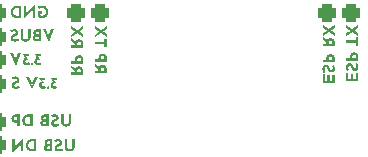
<source format=gbr>
%TF.GenerationSoftware,KiCad,Pcbnew,8.0.4*%
%TF.CreationDate,2024-09-10T21:55:11+02:00*%
%TF.ProjectId,elrs-sim,656c7273-2d73-4696-9d2e-6b696361645f,rev?*%
%TF.SameCoordinates,Original*%
%TF.FileFunction,Legend,Bot*%
%TF.FilePolarity,Positive*%
%FSLAX46Y46*%
G04 Gerber Fmt 4.6, Leading zero omitted, Abs format (unit mm)*
G04 Created by KiCad (PCBNEW 8.0.4) date 2024-09-10 21:55:11*
%MOMM*%
%LPD*%
G01*
G04 APERTURE LIST*
G04 Aperture macros list*
%AMRoundRect*
0 Rectangle with rounded corners*
0 $1 Rounding radius*
0 $2 $3 $4 $5 $6 $7 $8 $9 X,Y pos of 4 corners*
0 Add a 4 corners polygon primitive as box body*
4,1,4,$2,$3,$4,$5,$6,$7,$8,$9,$2,$3,0*
0 Add four circle primitives for the rounded corners*
1,1,$1+$1,$2,$3*
1,1,$1+$1,$4,$5*
1,1,$1+$1,$6,$7*
1,1,$1+$1,$8,$9*
0 Add four rect primitives between the rounded corners*
20,1,$1+$1,$2,$3,$4,$5,0*
20,1,$1+$1,$4,$5,$6,$7,0*
20,1,$1+$1,$6,$7,$8,$9,0*
20,1,$1+$1,$8,$9,$2,$3,0*%
G04 Aperture macros list end*
%ADD10C,0.250000*%
%ADD11C,0.200000*%
%ADD12C,0.300000*%
%ADD13R,1.700000X1.700000*%
%ADD14O,1.700000X1.700000*%
%ADD15RoundRect,0.500000X-3.500000X0.500000X-3.500000X-0.500000X3.500000X-0.500000X3.500000X0.500000X0*%
%ADD16RoundRect,0.500000X-3.000000X0.250000X-3.000000X-0.250000X3.000000X-0.250000X3.000000X0.250000X0*%
%ADD17RoundRect,0.387500X-0.387500X0.387500X-0.387500X-0.387500X0.387500X-0.387500X0.387500X0.387500X0*%
G04 APERTURE END LIST*
D10*
G36*
X131559560Y-107953958D02*
G01*
X131561057Y-107951028D01*
X131591339Y-107907431D01*
X131627323Y-107871527D01*
X131653915Y-107851652D01*
X131696436Y-107827449D01*
X131742117Y-107809978D01*
X131765748Y-107803503D01*
X131816947Y-107794071D01*
X131868147Y-107790927D01*
X131911797Y-107793033D01*
X131961684Y-107801326D01*
X132011762Y-107817549D01*
X132042490Y-107832402D01*
X132084290Y-107860464D01*
X132120938Y-107895463D01*
X132147280Y-107929776D01*
X132171518Y-107973086D01*
X132190792Y-108022225D01*
X132196573Y-108041421D01*
X132207655Y-108092282D01*
X132213509Y-108141566D01*
X132215460Y-108194172D01*
X132215460Y-108506314D01*
X131185000Y-108506314D01*
X131185000Y-108303348D01*
X131512529Y-108303348D01*
X131512529Y-108168198D01*
X131499049Y-108159245D01*
X131708656Y-108159245D01*
X131708656Y-108303348D01*
X132019333Y-108303348D01*
X132019333Y-108157780D01*
X132016757Y-108120903D01*
X132001015Y-108073027D01*
X131992698Y-108060014D01*
X131956318Y-108026133D01*
X131951333Y-108023340D01*
X131903806Y-108005861D01*
X131861308Y-108000976D01*
X131812948Y-108008791D01*
X131806506Y-108010841D01*
X131763122Y-108033948D01*
X131753155Y-108042273D01*
X131724043Y-108082309D01*
X131714081Y-108109852D01*
X131708656Y-108159245D01*
X131499049Y-108159245D01*
X131185000Y-107950662D01*
X131185000Y-107713990D01*
X131559560Y-107953958D01*
G37*
G36*
X131907067Y-106839270D02*
G01*
X131955809Y-106846483D01*
X132006337Y-106861494D01*
X132052306Y-106883809D01*
X132075725Y-106899266D01*
X132113581Y-106932288D01*
X132145912Y-106971995D01*
X132172718Y-107018387D01*
X132177893Y-107029561D01*
X132195258Y-107077310D01*
X132207279Y-107129945D01*
X132213415Y-107180007D01*
X132215460Y-107233809D01*
X132215460Y-107545951D01*
X131185000Y-107545951D01*
X131185000Y-107342985D01*
X131511308Y-107342985D01*
X131511308Y-107198882D01*
X131708656Y-107198882D01*
X131708656Y-107342985D01*
X132019333Y-107342985D01*
X132019333Y-107197417D01*
X132016757Y-107160540D01*
X132001015Y-107112664D01*
X131992698Y-107099651D01*
X131956318Y-107065770D01*
X131951333Y-107062977D01*
X131903806Y-107045498D01*
X131862529Y-107040613D01*
X131816367Y-107048429D01*
X131809746Y-107050478D01*
X131765321Y-107073586D01*
X131755032Y-107081910D01*
X131724776Y-107121946D01*
X131714339Y-107149490D01*
X131708656Y-107198882D01*
X131511308Y-107198882D01*
X131511308Y-107197417D01*
X131511585Y-107178782D01*
X131515739Y-107126228D01*
X131526200Y-107073725D01*
X131542815Y-107027424D01*
X131559836Y-106994497D01*
X131590118Y-106951689D01*
X131626102Y-106916782D01*
X131649317Y-106899798D01*
X131695406Y-106873963D01*
X131741385Y-106856698D01*
X131765264Y-106850224D01*
X131816826Y-106840791D01*
X131868147Y-106837647D01*
X131907067Y-106839270D01*
G37*
G36*
X132215460Y-106271736D02*
G01*
X132215460Y-105577354D01*
X132019333Y-105577354D01*
X132019333Y-105827947D01*
X131185000Y-105827947D01*
X131185000Y-106030913D01*
X132019333Y-106030913D01*
X132019333Y-106271736D01*
X132215460Y-106271736D01*
G37*
G36*
X132215460Y-105465979D02*
G01*
X132215460Y-105207082D01*
X131185000Y-104535170D01*
X131185000Y-104796754D01*
X132215460Y-105465979D01*
G37*
G36*
X131185000Y-105480145D02*
G01*
X131761901Y-105113293D01*
X131557470Y-105018038D01*
X131185000Y-105228087D01*
X131185000Y-105480145D01*
G37*
G36*
X131837372Y-105004116D02*
G01*
X132215460Y-104791380D01*
X132215460Y-104544939D01*
X131662494Y-104899092D01*
X131837372Y-105004116D01*
G37*
G36*
X129291136Y-114734225D02*
G01*
X129282864Y-114785145D01*
X129261827Y-114828014D01*
X129230164Y-114866268D01*
X129190128Y-114897223D01*
X129184158Y-114900799D01*
X129136835Y-114920959D01*
X129085540Y-114928777D01*
X129078401Y-114928886D01*
X129029539Y-114924251D01*
X128982149Y-114908890D01*
X128966537Y-114900799D01*
X128925021Y-114870817D01*
X128892520Y-114833536D01*
X128888868Y-114828014D01*
X128867253Y-114782219D01*
X128860048Y-114734225D01*
X128860048Y-114084539D01*
X128659768Y-114084539D01*
X128659768Y-114738377D01*
X128663279Y-114793439D01*
X128673812Y-114845294D01*
X128691367Y-114893944D01*
X128715944Y-114939389D01*
X128746368Y-114980758D01*
X128781707Y-115017424D01*
X128821961Y-115049390D01*
X128867131Y-115076653D01*
X128915964Y-115098345D01*
X128967453Y-115113839D01*
X129021599Y-115123136D01*
X129071155Y-115126186D01*
X129078401Y-115126235D01*
X129127653Y-115123862D01*
X129181566Y-115115340D01*
X129232945Y-115100621D01*
X129281789Y-115079704D01*
X129287717Y-115076653D01*
X129332566Y-115049390D01*
X129372591Y-115017424D01*
X129407793Y-114980758D01*
X129438170Y-114939389D01*
X129462641Y-114893944D01*
X129480119Y-114845294D01*
X129490606Y-114793439D01*
X129494102Y-114738377D01*
X129494102Y-114084539D01*
X129291136Y-114084539D01*
X129291136Y-114734225D01*
G37*
G36*
X127865002Y-114333911D02*
G01*
X127909424Y-114311311D01*
X127954395Y-114291871D01*
X127984681Y-114280666D01*
X128032845Y-114267066D01*
X128081919Y-114260174D01*
X128098743Y-114259661D01*
X128147530Y-114264055D01*
X128194959Y-114281526D01*
X128202302Y-114286284D01*
X128232913Y-114324580D01*
X128240159Y-114365907D01*
X128225397Y-114414309D01*
X128211583Y-114431120D01*
X128171503Y-114462901D01*
X128137333Y-114482166D01*
X128090866Y-114503538D01*
X128042811Y-114522711D01*
X127995337Y-114542409D01*
X127953907Y-114562766D01*
X127912019Y-114588595D01*
X127874772Y-114620163D01*
X127843326Y-114658632D01*
X127820167Y-114702459D01*
X127818840Y-114705648D01*
X127804482Y-114754709D01*
X127798574Y-114803756D01*
X127797835Y-114830701D01*
X127802626Y-114883303D01*
X127816999Y-114933309D01*
X127838380Y-114976514D01*
X127867417Y-115015965D01*
X127903848Y-115050359D01*
X127947674Y-115079697D01*
X127957326Y-115084958D01*
X128004306Y-115104911D01*
X128057043Y-115118334D01*
X128108754Y-115124784D01*
X128150522Y-115126235D01*
X128202448Y-115123944D01*
X128251418Y-115117715D01*
X128270445Y-115114267D01*
X128319536Y-115102487D01*
X128367982Y-115086596D01*
X128390124Y-115077875D01*
X128437107Y-115055813D01*
X128482799Y-115029317D01*
X128503453Y-115015593D01*
X128413816Y-114857323D01*
X128370865Y-114885264D01*
X128334681Y-114904218D01*
X128289129Y-114923207D01*
X128248708Y-114935725D01*
X128199578Y-114945106D01*
X128168840Y-114946960D01*
X128118455Y-114941996D01*
X128095323Y-114936458D01*
X128050280Y-114915091D01*
X128033774Y-114900799D01*
X128011515Y-114856857D01*
X128009106Y-114830701D01*
X128023538Y-114782768D01*
X128029378Y-114774769D01*
X128065837Y-114740751D01*
X128084088Y-114728607D01*
X128129311Y-114704546D01*
X128158826Y-114692215D01*
X128204121Y-114673861D01*
X128250704Y-114653146D01*
X128257012Y-114650205D01*
X128302840Y-114625687D01*
X128345984Y-114596553D01*
X128351534Y-114592320D01*
X128389101Y-114556385D01*
X128417578Y-114516260D01*
X128422853Y-114506835D01*
X128441553Y-114457561D01*
X128449246Y-114408331D01*
X128450208Y-114381294D01*
X128446320Y-114327737D01*
X128434657Y-114278807D01*
X128412846Y-114230329D01*
X128410397Y-114226200D01*
X128378991Y-114184123D01*
X128339850Y-114148570D01*
X128297556Y-114121908D01*
X128249872Y-114101128D01*
X128197798Y-114087027D01*
X128147180Y-114080046D01*
X128129517Y-114078921D01*
X128077265Y-114080336D01*
X128023043Y-114085415D01*
X127974683Y-114094189D01*
X127927284Y-114108475D01*
X127880315Y-114127890D01*
X127836495Y-114149500D01*
X127791928Y-114175805D01*
X127788066Y-114178328D01*
X127865002Y-114333911D01*
G37*
G36*
X127599266Y-115115000D02*
G01*
X127256349Y-115115000D01*
X127222308Y-115113992D01*
X127172276Y-115108703D01*
X127123481Y-115098879D01*
X127099773Y-115092148D01*
X127051647Y-115072849D01*
X127007954Y-115047100D01*
X126989467Y-115032938D01*
X126954537Y-114996833D01*
X126926621Y-114953311D01*
X126909517Y-114910287D01*
X126899513Y-114861145D01*
X126896579Y-114811161D01*
X127106628Y-114811161D01*
X127107941Y-114829983D01*
X127127633Y-114876374D01*
X127140665Y-114889836D01*
X127185030Y-114914232D01*
X127215969Y-114921822D01*
X127266119Y-114925956D01*
X127396300Y-114925956D01*
X127396300Y-114701985D01*
X127280285Y-114701985D01*
X127245566Y-114703517D01*
X127196998Y-114711266D01*
X127175645Y-114717470D01*
X127131785Y-114743506D01*
X127117462Y-114761859D01*
X127106628Y-114811161D01*
X126896579Y-114811161D01*
X126896804Y-114799904D01*
X126904651Y-114746624D01*
X126923708Y-114698353D01*
X126953976Y-114655090D01*
X126976951Y-114631700D01*
X127016856Y-114600608D01*
X127063290Y-114574307D01*
X127068964Y-114571958D01*
X127064351Y-114569529D01*
X127025167Y-114539132D01*
X126992567Y-114502438D01*
X126984186Y-114490211D01*
X126962204Y-114445484D01*
X126949382Y-114394651D01*
X126948819Y-114386912D01*
X127155477Y-114386912D01*
X127160993Y-114425600D01*
X127184297Y-114469710D01*
X127223621Y-114498106D01*
X127273202Y-114506102D01*
X127396300Y-114506102D01*
X127396300Y-114280666D01*
X127287124Y-114280666D01*
X127236162Y-114286516D01*
X127191380Y-114307288D01*
X127165610Y-114338043D01*
X127155477Y-114386912D01*
X126948819Y-114386912D01*
X126945672Y-114343681D01*
X126945765Y-114335683D01*
X126951626Y-114283200D01*
X126969486Y-114230718D01*
X126999253Y-114186236D01*
X127040927Y-114149752D01*
X127085650Y-114124342D01*
X127136683Y-114105173D01*
X127185450Y-114093709D01*
X127238853Y-114086832D01*
X127296893Y-114084539D01*
X127599266Y-114084539D01*
X127599266Y-115115000D01*
G37*
G36*
X126239322Y-115115000D02*
G01*
X125881018Y-115115000D01*
X125829208Y-115112862D01*
X125778802Y-115106451D01*
X125729801Y-115095765D01*
X125682204Y-115080806D01*
X125653443Y-115069298D01*
X125604439Y-115044828D01*
X125558990Y-115015528D01*
X125517096Y-114981399D01*
X125491324Y-114956016D01*
X125456660Y-114914466D01*
X125426787Y-114868742D01*
X125404256Y-114824595D01*
X125401716Y-114818833D01*
X125384302Y-114771121D01*
X125372048Y-114720540D01*
X125364954Y-114667089D01*
X125362979Y-114617965D01*
X125363395Y-114604043D01*
X125573027Y-114604043D01*
X125574569Y-114641428D01*
X125582664Y-114693440D01*
X125597696Y-114740575D01*
X125605841Y-114758633D01*
X125631819Y-114801008D01*
X125667549Y-114839249D01*
X125685204Y-114853251D01*
X125727696Y-114879111D01*
X125775993Y-114898845D01*
X125812540Y-114908644D01*
X125864696Y-114916721D01*
X125915944Y-114919117D01*
X126036356Y-114919117D01*
X126036356Y-114279200D01*
X125871248Y-114279200D01*
X125835123Y-114282152D01*
X125786007Y-114292634D01*
X125776547Y-114295298D01*
X125729825Y-114314350D01*
X125687089Y-114340750D01*
X125666679Y-114357409D01*
X125632745Y-114395666D01*
X125606000Y-114439424D01*
X125602007Y-114447537D01*
X125584652Y-114497346D01*
X125575636Y-114550239D01*
X125573027Y-114604043D01*
X125363395Y-114604043D01*
X125364060Y-114581830D01*
X125369741Y-114527787D01*
X125380289Y-114473938D01*
X125393753Y-114426235D01*
X125411384Y-114379752D01*
X125433504Y-114335560D01*
X125460111Y-114293657D01*
X125491206Y-114254043D01*
X125495400Y-114249265D01*
X125531956Y-114213201D01*
X125573855Y-114180984D01*
X125621097Y-114152614D01*
X125666817Y-114130945D01*
X125716790Y-114112863D01*
X125771182Y-114099222D01*
X125821319Y-114091065D01*
X125874703Y-114086170D01*
X125931332Y-114084539D01*
X126239322Y-114084539D01*
X126239322Y-115115000D01*
G37*
G36*
X124238240Y-115157009D02*
G01*
X125019573Y-114451392D01*
X124959245Y-114485097D01*
X124955093Y-115115000D01*
X125160745Y-115115000D01*
X125160745Y-114043995D01*
X125152441Y-114043995D01*
X124387961Y-114746681D01*
X124432902Y-114727142D01*
X124437054Y-114084539D01*
X124232623Y-114084539D01*
X124232623Y-115157009D01*
X124238240Y-115157009D01*
G37*
G36*
X129559560Y-108094642D02*
G01*
X129561057Y-108091712D01*
X129591339Y-108048115D01*
X129627323Y-108012211D01*
X129653915Y-107992336D01*
X129696436Y-107968133D01*
X129742117Y-107950662D01*
X129765748Y-107944187D01*
X129816947Y-107934755D01*
X129868147Y-107931611D01*
X129911797Y-107933717D01*
X129961684Y-107942010D01*
X130011762Y-107958233D01*
X130042490Y-107973086D01*
X130084290Y-108001148D01*
X130120938Y-108036147D01*
X130147280Y-108070460D01*
X130171518Y-108113770D01*
X130190792Y-108162909D01*
X130196573Y-108182105D01*
X130207655Y-108232966D01*
X130213509Y-108282250D01*
X130215460Y-108334856D01*
X130215460Y-108646998D01*
X129185000Y-108646998D01*
X129185000Y-108444032D01*
X129512529Y-108444032D01*
X129512529Y-108308882D01*
X129499049Y-108299929D01*
X129708656Y-108299929D01*
X129708656Y-108444032D01*
X130019333Y-108444032D01*
X130019333Y-108298464D01*
X130016757Y-108261587D01*
X130001015Y-108213711D01*
X129992698Y-108200698D01*
X129956318Y-108166817D01*
X129951333Y-108164024D01*
X129903806Y-108146545D01*
X129861308Y-108141660D01*
X129812948Y-108149475D01*
X129806506Y-108151525D01*
X129763122Y-108174632D01*
X129753155Y-108182957D01*
X129724043Y-108222993D01*
X129714081Y-108250536D01*
X129708656Y-108299929D01*
X129499049Y-108299929D01*
X129185000Y-108091346D01*
X129185000Y-107854674D01*
X129559560Y-108094642D01*
G37*
G36*
X129907067Y-106979954D02*
G01*
X129955809Y-106987167D01*
X130006337Y-107002178D01*
X130052306Y-107024493D01*
X130075725Y-107039950D01*
X130113581Y-107072972D01*
X130145912Y-107112679D01*
X130172718Y-107159071D01*
X130177893Y-107170245D01*
X130195258Y-107217994D01*
X130207279Y-107270629D01*
X130213415Y-107320691D01*
X130215460Y-107374493D01*
X130215460Y-107686635D01*
X129185000Y-107686635D01*
X129185000Y-107483669D01*
X129511308Y-107483669D01*
X129511308Y-107339566D01*
X129708656Y-107339566D01*
X129708656Y-107483669D01*
X130019333Y-107483669D01*
X130019333Y-107338101D01*
X130016757Y-107301224D01*
X130001015Y-107253348D01*
X129992698Y-107240335D01*
X129956318Y-107206454D01*
X129951333Y-107203661D01*
X129903806Y-107186182D01*
X129862529Y-107181297D01*
X129816367Y-107189113D01*
X129809746Y-107191162D01*
X129765321Y-107214270D01*
X129755032Y-107222594D01*
X129724776Y-107262630D01*
X129714339Y-107290174D01*
X129708656Y-107339566D01*
X129511308Y-107339566D01*
X129511308Y-107338101D01*
X129511585Y-107319466D01*
X129515739Y-107266912D01*
X129526200Y-107214409D01*
X129542815Y-107168108D01*
X129559836Y-107135181D01*
X129590118Y-107092373D01*
X129626102Y-107057466D01*
X129649317Y-107040482D01*
X129695406Y-107014647D01*
X129741385Y-106997382D01*
X129765264Y-106990908D01*
X129816826Y-106981475D01*
X129868147Y-106978331D01*
X129907067Y-106979954D01*
G37*
G36*
X129559561Y-105789966D02*
G01*
X129561057Y-105787037D01*
X129591339Y-105743439D01*
X129627323Y-105707535D01*
X129653915Y-105687660D01*
X129696436Y-105663457D01*
X129742117Y-105645986D01*
X129765748Y-105639512D01*
X129816947Y-105630079D01*
X129868147Y-105626935D01*
X129911797Y-105629041D01*
X129961684Y-105637335D01*
X130011762Y-105653558D01*
X130042490Y-105668411D01*
X130084290Y-105696472D01*
X130120938Y-105731471D01*
X130147280Y-105765785D01*
X130171518Y-105809094D01*
X130190792Y-105858233D01*
X130196573Y-105877429D01*
X130207655Y-105928291D01*
X130213509Y-105977574D01*
X130215460Y-106030180D01*
X130215460Y-106342323D01*
X129185000Y-106342323D01*
X129185000Y-106139357D01*
X129512529Y-106139357D01*
X129512529Y-106004206D01*
X129499051Y-105995254D01*
X129708656Y-105995254D01*
X129708656Y-106139357D01*
X130019333Y-106139357D01*
X130019333Y-105993788D01*
X130016757Y-105956911D01*
X130001015Y-105909036D01*
X129992698Y-105896023D01*
X129956318Y-105862141D01*
X129951333Y-105859348D01*
X129903806Y-105841869D01*
X129861308Y-105836984D01*
X129812948Y-105844800D01*
X129806506Y-105846849D01*
X129763122Y-105869957D01*
X129753155Y-105878282D01*
X129724043Y-105918317D01*
X129714081Y-105945861D01*
X129708656Y-105995254D01*
X129499051Y-105995254D01*
X129185000Y-105786670D01*
X129185000Y-105549999D01*
X129559561Y-105789966D01*
G37*
G36*
X130215460Y-105465979D02*
G01*
X130215460Y-105207082D01*
X129185000Y-104535170D01*
X129185000Y-104796754D01*
X130215460Y-105465979D01*
G37*
G36*
X129185000Y-105480145D02*
G01*
X129761901Y-105113293D01*
X129557470Y-105018038D01*
X129185000Y-105228087D01*
X129185000Y-105480145D01*
G37*
G36*
X129837372Y-105004116D02*
G01*
X130215460Y-104791381D01*
X130215460Y-104544940D01*
X129662494Y-104899092D01*
X129837372Y-105004116D01*
G37*
G36*
X128987298Y-112634225D02*
G01*
X128979026Y-112685145D01*
X128957989Y-112728014D01*
X128926326Y-112766268D01*
X128886290Y-112797223D01*
X128880320Y-112800799D01*
X128832997Y-112820959D01*
X128781702Y-112828777D01*
X128774563Y-112828886D01*
X128725701Y-112824251D01*
X128678311Y-112808890D01*
X128662699Y-112800799D01*
X128621183Y-112770817D01*
X128588682Y-112733536D01*
X128585030Y-112728014D01*
X128563415Y-112682219D01*
X128556210Y-112634225D01*
X128556210Y-111984539D01*
X128355930Y-111984539D01*
X128355930Y-112638377D01*
X128359441Y-112693439D01*
X128369974Y-112745294D01*
X128387529Y-112793944D01*
X128412106Y-112839389D01*
X128442530Y-112880758D01*
X128477869Y-112917424D01*
X128518123Y-112949390D01*
X128563293Y-112976653D01*
X128612126Y-112998345D01*
X128663615Y-113013839D01*
X128717761Y-113023136D01*
X128767317Y-113026186D01*
X128774563Y-113026235D01*
X128823815Y-113023862D01*
X128877728Y-113015340D01*
X128929107Y-113000621D01*
X128977951Y-112979704D01*
X128983879Y-112976653D01*
X129028728Y-112949390D01*
X129068753Y-112917424D01*
X129103955Y-112880758D01*
X129134332Y-112839389D01*
X129158803Y-112793944D01*
X129176281Y-112745294D01*
X129186768Y-112693439D01*
X129190264Y-112638377D01*
X129190264Y-111984539D01*
X128987298Y-111984539D01*
X128987298Y-112634225D01*
G37*
G36*
X127561164Y-112233911D02*
G01*
X127605586Y-112211311D01*
X127650557Y-112191871D01*
X127680843Y-112180666D01*
X127729007Y-112167066D01*
X127778081Y-112160174D01*
X127794905Y-112159661D01*
X127843692Y-112164055D01*
X127891121Y-112181526D01*
X127898464Y-112186284D01*
X127929075Y-112224580D01*
X127936321Y-112265907D01*
X127921559Y-112314309D01*
X127907745Y-112331120D01*
X127867665Y-112362901D01*
X127833495Y-112382166D01*
X127787028Y-112403538D01*
X127738973Y-112422711D01*
X127691499Y-112442409D01*
X127650069Y-112462766D01*
X127608181Y-112488595D01*
X127570934Y-112520163D01*
X127539488Y-112558632D01*
X127516329Y-112602459D01*
X127515002Y-112605648D01*
X127500644Y-112654709D01*
X127494736Y-112703756D01*
X127493997Y-112730701D01*
X127498788Y-112783303D01*
X127513161Y-112833309D01*
X127534542Y-112876514D01*
X127563579Y-112915965D01*
X127600010Y-112950359D01*
X127643836Y-112979697D01*
X127653488Y-112984958D01*
X127700468Y-113004911D01*
X127753205Y-113018334D01*
X127804916Y-113024784D01*
X127846684Y-113026235D01*
X127898610Y-113023944D01*
X127947580Y-113017715D01*
X127966607Y-113014267D01*
X128015698Y-113002487D01*
X128064144Y-112986596D01*
X128086286Y-112977875D01*
X128133269Y-112955813D01*
X128178961Y-112929317D01*
X128199615Y-112915593D01*
X128109978Y-112757323D01*
X128067027Y-112785264D01*
X128030843Y-112804218D01*
X127985291Y-112823207D01*
X127944870Y-112835725D01*
X127895740Y-112845106D01*
X127865002Y-112846960D01*
X127814617Y-112841996D01*
X127791485Y-112836458D01*
X127746442Y-112815091D01*
X127729936Y-112800799D01*
X127707677Y-112756857D01*
X127705268Y-112730701D01*
X127719700Y-112682768D01*
X127725540Y-112674769D01*
X127761999Y-112640751D01*
X127780250Y-112628607D01*
X127825473Y-112604546D01*
X127854988Y-112592215D01*
X127900283Y-112573861D01*
X127946866Y-112553146D01*
X127953174Y-112550205D01*
X127999002Y-112525687D01*
X128042146Y-112496553D01*
X128047696Y-112492320D01*
X128085263Y-112456385D01*
X128113740Y-112416260D01*
X128119015Y-112406835D01*
X128137715Y-112357561D01*
X128145408Y-112308331D01*
X128146370Y-112281294D01*
X128142482Y-112227737D01*
X128130819Y-112178807D01*
X128109008Y-112130329D01*
X128106559Y-112126200D01*
X128075153Y-112084123D01*
X128036012Y-112048570D01*
X127993718Y-112021908D01*
X127946034Y-112001128D01*
X127893960Y-111987027D01*
X127843342Y-111980046D01*
X127825679Y-111978921D01*
X127773427Y-111980336D01*
X127719205Y-111985415D01*
X127670845Y-111994189D01*
X127623446Y-112008475D01*
X127576477Y-112027890D01*
X127532657Y-112049500D01*
X127488090Y-112075805D01*
X127484228Y-112078328D01*
X127561164Y-112233911D01*
G37*
G36*
X127295428Y-113015000D02*
G01*
X126952511Y-113015000D01*
X126918470Y-113013992D01*
X126868438Y-113008703D01*
X126819643Y-112998879D01*
X126795935Y-112992148D01*
X126747809Y-112972849D01*
X126704116Y-112947100D01*
X126685629Y-112932938D01*
X126650699Y-112896833D01*
X126622783Y-112853311D01*
X126605679Y-112810287D01*
X126595675Y-112761145D01*
X126592741Y-112711161D01*
X126802790Y-112711161D01*
X126804103Y-112729983D01*
X126823795Y-112776374D01*
X126836827Y-112789836D01*
X126881192Y-112814232D01*
X126912131Y-112821822D01*
X126962281Y-112825956D01*
X127092462Y-112825956D01*
X127092462Y-112601985D01*
X126976447Y-112601985D01*
X126941728Y-112603517D01*
X126893160Y-112611266D01*
X126871807Y-112617470D01*
X126827947Y-112643506D01*
X126813624Y-112661859D01*
X126802790Y-112711161D01*
X126592741Y-112711161D01*
X126592966Y-112699904D01*
X126600813Y-112646624D01*
X126619870Y-112598353D01*
X126650138Y-112555090D01*
X126673113Y-112531700D01*
X126713018Y-112500608D01*
X126759452Y-112474307D01*
X126765126Y-112471958D01*
X126760513Y-112469529D01*
X126721329Y-112439132D01*
X126688729Y-112402438D01*
X126680348Y-112390211D01*
X126658366Y-112345484D01*
X126645544Y-112294651D01*
X126644981Y-112286912D01*
X126851639Y-112286912D01*
X126857155Y-112325600D01*
X126880459Y-112369710D01*
X126919783Y-112398106D01*
X126969364Y-112406102D01*
X127092462Y-112406102D01*
X127092462Y-112180666D01*
X126983286Y-112180666D01*
X126932324Y-112186516D01*
X126887542Y-112207288D01*
X126861772Y-112238043D01*
X126851639Y-112286912D01*
X126644981Y-112286912D01*
X126641834Y-112243681D01*
X126641927Y-112235683D01*
X126647788Y-112183200D01*
X126665648Y-112130718D01*
X126695415Y-112086236D01*
X126737089Y-112049752D01*
X126781812Y-112024342D01*
X126832845Y-112005173D01*
X126881612Y-111993709D01*
X126935015Y-111986832D01*
X126993055Y-111984539D01*
X127295428Y-111984539D01*
X127295428Y-113015000D01*
G37*
G36*
X125935484Y-113015000D02*
G01*
X125577180Y-113015000D01*
X125525370Y-113012862D01*
X125474964Y-113006451D01*
X125425963Y-112995765D01*
X125378366Y-112980806D01*
X125349605Y-112969298D01*
X125300601Y-112944828D01*
X125255152Y-112915528D01*
X125213258Y-112881399D01*
X125187486Y-112856016D01*
X125152822Y-112814466D01*
X125122949Y-112768742D01*
X125100418Y-112724595D01*
X125097878Y-112718833D01*
X125080464Y-112671121D01*
X125068210Y-112620540D01*
X125061116Y-112567089D01*
X125059141Y-112517965D01*
X125059557Y-112504043D01*
X125269189Y-112504043D01*
X125270731Y-112541428D01*
X125278826Y-112593440D01*
X125293858Y-112640575D01*
X125302003Y-112658633D01*
X125327981Y-112701008D01*
X125363711Y-112739249D01*
X125381366Y-112753251D01*
X125423858Y-112779111D01*
X125472155Y-112798845D01*
X125508702Y-112808644D01*
X125560858Y-112816721D01*
X125612106Y-112819117D01*
X125732518Y-112819117D01*
X125732518Y-112179200D01*
X125567410Y-112179200D01*
X125531285Y-112182152D01*
X125482169Y-112192634D01*
X125472709Y-112195298D01*
X125425987Y-112214350D01*
X125383251Y-112240750D01*
X125362841Y-112257409D01*
X125328907Y-112295666D01*
X125302162Y-112339424D01*
X125298169Y-112347537D01*
X125280814Y-112397346D01*
X125271798Y-112450239D01*
X125269189Y-112504043D01*
X125059557Y-112504043D01*
X125060222Y-112481830D01*
X125065903Y-112427787D01*
X125076451Y-112373938D01*
X125089915Y-112326235D01*
X125107546Y-112279752D01*
X125129666Y-112235560D01*
X125156273Y-112193657D01*
X125187368Y-112154043D01*
X125191562Y-112149265D01*
X125228118Y-112113201D01*
X125270017Y-112080984D01*
X125317259Y-112052614D01*
X125362979Y-112030945D01*
X125412952Y-112012863D01*
X125467344Y-111999222D01*
X125517481Y-111991065D01*
X125570865Y-111986170D01*
X125627494Y-111984539D01*
X125935484Y-111984539D01*
X125935484Y-113015000D01*
G37*
G36*
X124856907Y-113015000D02*
G01*
X124653942Y-113015000D01*
X124653942Y-112688691D01*
X124508373Y-112688691D01*
X124489738Y-112688414D01*
X124437184Y-112684260D01*
X124384681Y-112673799D01*
X124338380Y-112657184D01*
X124305453Y-112640163D01*
X124262646Y-112609881D01*
X124227738Y-112573897D01*
X124210754Y-112550682D01*
X124184919Y-112504593D01*
X124167654Y-112458614D01*
X124161180Y-112434735D01*
X124151747Y-112383173D01*
X124148947Y-112337470D01*
X124351569Y-112337470D01*
X124359385Y-112383632D01*
X124361434Y-112390253D01*
X124384542Y-112434678D01*
X124392867Y-112444967D01*
X124432902Y-112475223D01*
X124460446Y-112485660D01*
X124509838Y-112491343D01*
X124653942Y-112491343D01*
X124653942Y-112180666D01*
X124508373Y-112180666D01*
X124471496Y-112183242D01*
X124423621Y-112198984D01*
X124410608Y-112207301D01*
X124376726Y-112243681D01*
X124373933Y-112248666D01*
X124356454Y-112296193D01*
X124351569Y-112337470D01*
X124148947Y-112337470D01*
X124148603Y-112331852D01*
X124150226Y-112292932D01*
X124157439Y-112244190D01*
X124172450Y-112193662D01*
X124194765Y-112147693D01*
X124210222Y-112124274D01*
X124243244Y-112086418D01*
X124282951Y-112054087D01*
X124329343Y-112027281D01*
X124340517Y-112022106D01*
X124388266Y-112004741D01*
X124440901Y-111992720D01*
X124490963Y-111986584D01*
X124544765Y-111984539D01*
X124856907Y-111984539D01*
X124856907Y-113015000D01*
G37*
G36*
X126370376Y-103711441D02*
G01*
X126409669Y-103741162D01*
X126428017Y-103751252D01*
X126472916Y-103771826D01*
X126518143Y-103788377D01*
X126566482Y-103802781D01*
X126615788Y-103814395D01*
X126622435Y-103815732D01*
X126671118Y-103823271D01*
X126720325Y-103826224D01*
X126723307Y-103826235D01*
X126777241Y-103824458D01*
X126828767Y-103819129D01*
X126877886Y-103810246D01*
X126931074Y-103795744D01*
X126950209Y-103789110D01*
X126998706Y-103768715D01*
X127043570Y-103744658D01*
X127084802Y-103716936D01*
X127122400Y-103685551D01*
X127159870Y-103646230D01*
X127192046Y-103603007D01*
X127218929Y-103555881D01*
X127231576Y-103528014D01*
X127248032Y-103481425D01*
X127259786Y-103432759D01*
X127266839Y-103382018D01*
X127269190Y-103329200D01*
X127267696Y-103277474D01*
X127263213Y-103228359D01*
X127254208Y-103174356D01*
X127241134Y-103123907D01*
X127226692Y-103083492D01*
X127203397Y-103033545D01*
X127176255Y-102987993D01*
X127145267Y-102946838D01*
X127110432Y-102910080D01*
X127072284Y-102877626D01*
X127031358Y-102849630D01*
X126987654Y-102826091D01*
X126941172Y-102807009D01*
X126892613Y-102792263D01*
X126842925Y-102781730D01*
X126792107Y-102775410D01*
X126740160Y-102773304D01*
X126685577Y-102775023D01*
X126633659Y-102780182D01*
X126584408Y-102788779D01*
X126558199Y-102795041D01*
X126508931Y-102809653D01*
X126460465Y-102828095D01*
X126418003Y-102849019D01*
X126483949Y-103038063D01*
X126528818Y-103017825D01*
X126551116Y-103009975D01*
X126598841Y-102995859D01*
X126636601Y-102987016D01*
X126686919Y-102979040D01*
X126713537Y-102977735D01*
X126764141Y-102979786D01*
X126815398Y-102986781D01*
X126862037Y-102998740D01*
X126907397Y-103017447D01*
X126950181Y-103044380D01*
X126970481Y-103061755D01*
X127002654Y-103099233D01*
X127027733Y-103143403D01*
X127036915Y-103166046D01*
X127050608Y-103215608D01*
X127057608Y-103266049D01*
X127059385Y-103310882D01*
X127055847Y-103363559D01*
X127045234Y-103412045D01*
X127034228Y-103442041D01*
X127010284Y-103486251D01*
X126979730Y-103524818D01*
X126963398Y-103540715D01*
X126923705Y-103570432D01*
X126878450Y-103593700D01*
X126855687Y-103602264D01*
X126807086Y-103615064D01*
X126754708Y-103621956D01*
X126717689Y-103623269D01*
X126668560Y-103621030D01*
X126637822Y-103616919D01*
X126589554Y-103603134D01*
X126576273Y-103596646D01*
X126576273Y-103472083D01*
X126754082Y-103472083D01*
X126754082Y-103275956D01*
X126370376Y-103275956D01*
X126370376Y-103711441D01*
G37*
G36*
X125216817Y-103857009D02*
G01*
X125998150Y-103151392D01*
X125937822Y-103185097D01*
X125933670Y-103815000D01*
X126139322Y-103815000D01*
X126139322Y-102743995D01*
X126131018Y-102743995D01*
X125366538Y-103446681D01*
X125411479Y-103427142D01*
X125415631Y-102784539D01*
X125211200Y-102784539D01*
X125211200Y-103857009D01*
X125216817Y-103857009D01*
G37*
G36*
X124945463Y-103815000D02*
G01*
X124587159Y-103815000D01*
X124535349Y-103812862D01*
X124484943Y-103806451D01*
X124435942Y-103795765D01*
X124388345Y-103780806D01*
X124359585Y-103769298D01*
X124310581Y-103744828D01*
X124265132Y-103715528D01*
X124223237Y-103681399D01*
X124197466Y-103656016D01*
X124162801Y-103614466D01*
X124132928Y-103568742D01*
X124110397Y-103524595D01*
X124107858Y-103518833D01*
X124090444Y-103471121D01*
X124078190Y-103420540D01*
X124071095Y-103367089D01*
X124069120Y-103317965D01*
X124069537Y-103304043D01*
X124279169Y-103304043D01*
X124280711Y-103341428D01*
X124288805Y-103393440D01*
X124303837Y-103440575D01*
X124311983Y-103458633D01*
X124337961Y-103501008D01*
X124373691Y-103539249D01*
X124391345Y-103553251D01*
X124433838Y-103579111D01*
X124482135Y-103598845D01*
X124518682Y-103608644D01*
X124570837Y-103616721D01*
X124622086Y-103619117D01*
X124742498Y-103619117D01*
X124742498Y-102979200D01*
X124577389Y-102979200D01*
X124541265Y-102982152D01*
X124492149Y-102992634D01*
X124482688Y-102995298D01*
X124435966Y-103014350D01*
X124393230Y-103040750D01*
X124372821Y-103057409D01*
X124338886Y-103095666D01*
X124312142Y-103139424D01*
X124308149Y-103147537D01*
X124290793Y-103197346D01*
X124281777Y-103250239D01*
X124279169Y-103304043D01*
X124069537Y-103304043D01*
X124070202Y-103281830D01*
X124075882Y-103227787D01*
X124086431Y-103173938D01*
X124099895Y-103126235D01*
X124117526Y-103079752D01*
X124139645Y-103035560D01*
X124166252Y-102993657D01*
X124197348Y-102954043D01*
X124201541Y-102949265D01*
X124238098Y-102913201D01*
X124279997Y-102880984D01*
X124327239Y-102852614D01*
X124372958Y-102830945D01*
X124422932Y-102812863D01*
X124477323Y-102799222D01*
X124527461Y-102791065D01*
X124580844Y-102786170D01*
X124637473Y-102784539D01*
X124945463Y-102784539D01*
X124945463Y-103815000D01*
G37*
G36*
X127476901Y-108886877D02*
G01*
X127686950Y-109289877D01*
X127797592Y-109229794D01*
X127767550Y-109221489D01*
X127737264Y-109218558D01*
X127688354Y-109220635D01*
X127639322Y-109229794D01*
X127592550Y-109247379D01*
X127550418Y-109274734D01*
X127516475Y-109310043D01*
X127490897Y-109352586D01*
X127486182Y-109362906D01*
X127470210Y-109413429D01*
X127463055Y-109464114D01*
X127461513Y-109505544D01*
X127465223Y-109560005D01*
X127476351Y-109609906D01*
X127494898Y-109655248D01*
X127508408Y-109678468D01*
X127540532Y-109720161D01*
X127578284Y-109755175D01*
X127621666Y-109783511D01*
X127631018Y-109788377D01*
X127679428Y-109808341D01*
X127730318Y-109820911D01*
X127783689Y-109826087D01*
X127794661Y-109826235D01*
X127847131Y-109822216D01*
X127896979Y-109811472D01*
X127939008Y-109797658D01*
X127987287Y-109775622D01*
X128028350Y-109749141D01*
X128059420Y-109721210D01*
X127955861Y-109553171D01*
X127918615Y-109587482D01*
X127891381Y-109604951D01*
X127844017Y-109624580D01*
X127800278Y-109630108D01*
X127751237Y-109619950D01*
X127740194Y-109614720D01*
X127701497Y-109582984D01*
X127691102Y-109568558D01*
X127673871Y-109522171D01*
X127671562Y-109493087D01*
X127678154Y-109443880D01*
X127701830Y-109399550D01*
X127706000Y-109394902D01*
X127747033Y-109367608D01*
X127797924Y-109358545D01*
X127801744Y-109358510D01*
X127851660Y-109360402D01*
X127865491Y-109362173D01*
X127908234Y-109371210D01*
X127912386Y-109365593D01*
X127748499Y-109059068D01*
X127689636Y-109082759D01*
X127982239Y-109082759D01*
X127982239Y-108886877D01*
X127476901Y-108886877D01*
G37*
G36*
X127356733Y-109714127D02*
G01*
X127344426Y-109665527D01*
X127325226Y-109641587D01*
X127283361Y-109616190D01*
X127255861Y-109612034D01*
X127207420Y-109627301D01*
X127189427Y-109641587D01*
X127162350Y-109683662D01*
X127157920Y-109714127D01*
X127169027Y-109762314D01*
X127189427Y-109787644D01*
X127232253Y-109811767D01*
X127255861Y-109815000D01*
X127304914Y-109802070D01*
X127325226Y-109787644D01*
X127352302Y-109746104D01*
X127356733Y-109714127D01*
G37*
G36*
X126498952Y-108886877D02*
G01*
X126709001Y-109289877D01*
X126819643Y-109229794D01*
X126789601Y-109221489D01*
X126759315Y-109218558D01*
X126710406Y-109220635D01*
X126661374Y-109229794D01*
X126614601Y-109247379D01*
X126572469Y-109274734D01*
X126538527Y-109310043D01*
X126512948Y-109352586D01*
X126508234Y-109362906D01*
X126492262Y-109413429D01*
X126485107Y-109464114D01*
X126483565Y-109505544D01*
X126487274Y-109560005D01*
X126498403Y-109609906D01*
X126516950Y-109655248D01*
X126530460Y-109678468D01*
X126562583Y-109720161D01*
X126600336Y-109755175D01*
X126643718Y-109783511D01*
X126653070Y-109788377D01*
X126701479Y-109808341D01*
X126752370Y-109820911D01*
X126805740Y-109826087D01*
X126816712Y-109826235D01*
X126869183Y-109822216D01*
X126919030Y-109811472D01*
X126961060Y-109797658D01*
X127009339Y-109775622D01*
X127050402Y-109749141D01*
X127081472Y-109721210D01*
X126977913Y-109553171D01*
X126940666Y-109587482D01*
X126913432Y-109604951D01*
X126866068Y-109624580D01*
X126822330Y-109630108D01*
X126773289Y-109619950D01*
X126762246Y-109614720D01*
X126723549Y-109582984D01*
X126713153Y-109568558D01*
X126695923Y-109522171D01*
X126693614Y-109493087D01*
X126700206Y-109443880D01*
X126723882Y-109399550D01*
X126728052Y-109394902D01*
X126769085Y-109367608D01*
X126819975Y-109358545D01*
X126823795Y-109358510D01*
X126873712Y-109360402D01*
X126887543Y-109362173D01*
X126930285Y-109371210D01*
X126934437Y-109365593D01*
X126770550Y-109059068D01*
X126711688Y-109082759D01*
X127004291Y-109082759D01*
X127004291Y-108886877D01*
X126498952Y-108886877D01*
G37*
G36*
X126111339Y-108784539D02*
G01*
X125810432Y-109526549D01*
X125927913Y-109502857D01*
X125655093Y-108784539D01*
X125414270Y-108784539D01*
X125884682Y-109862627D01*
X126355093Y-108784539D01*
X126111339Y-108784539D01*
G37*
G36*
X124232623Y-109033911D02*
G01*
X124277045Y-109011311D01*
X124322016Y-108991871D01*
X124352302Y-108980666D01*
X124400466Y-108967066D01*
X124449539Y-108960174D01*
X124466363Y-108959661D01*
X124515150Y-108964055D01*
X124562579Y-108981526D01*
X124569922Y-108986284D01*
X124600534Y-109024580D01*
X124607780Y-109065907D01*
X124593017Y-109114309D01*
X124579204Y-109131120D01*
X124539124Y-109162901D01*
X124504954Y-109182166D01*
X124458487Y-109203538D01*
X124410432Y-109222711D01*
X124362958Y-109242409D01*
X124321527Y-109262766D01*
X124279640Y-109288595D01*
X124242393Y-109320163D01*
X124210946Y-109358632D01*
X124187787Y-109402459D01*
X124186461Y-109405648D01*
X124172102Y-109454709D01*
X124166195Y-109503756D01*
X124165456Y-109530701D01*
X124170247Y-109583303D01*
X124184620Y-109633309D01*
X124206000Y-109676514D01*
X124235038Y-109715965D01*
X124271469Y-109750359D01*
X124315294Y-109779697D01*
X124324947Y-109784958D01*
X124371927Y-109804911D01*
X124424664Y-109818334D01*
X124476374Y-109824784D01*
X124518143Y-109826235D01*
X124570068Y-109823944D01*
X124619038Y-109817715D01*
X124638066Y-109814267D01*
X124687157Y-109802487D01*
X124735603Y-109786596D01*
X124757745Y-109777875D01*
X124804727Y-109755813D01*
X124850420Y-109729317D01*
X124871074Y-109715593D01*
X124781437Y-109557323D01*
X124738486Y-109585264D01*
X124702302Y-109604218D01*
X124656750Y-109623207D01*
X124616328Y-109635725D01*
X124567199Y-109645106D01*
X124536461Y-109646960D01*
X124486075Y-109641996D01*
X124462944Y-109636458D01*
X124417900Y-109615091D01*
X124401395Y-109600799D01*
X124379135Y-109556857D01*
X124376726Y-109530701D01*
X124391158Y-109482768D01*
X124396998Y-109474769D01*
X124433458Y-109440751D01*
X124451709Y-109428607D01*
X124496932Y-109404546D01*
X124526447Y-109392215D01*
X124571742Y-109373861D01*
X124618324Y-109353146D01*
X124624633Y-109350205D01*
X124670460Y-109325687D01*
X124713605Y-109296553D01*
X124719155Y-109292320D01*
X124756721Y-109256385D01*
X124785199Y-109216260D01*
X124790474Y-109206835D01*
X124809173Y-109157561D01*
X124816867Y-109108331D01*
X124817829Y-109081294D01*
X124813941Y-109027737D01*
X124802277Y-108978807D01*
X124780467Y-108930329D01*
X124778017Y-108926200D01*
X124746612Y-108884123D01*
X124707471Y-108848570D01*
X124665177Y-108821908D01*
X124617492Y-108801128D01*
X124565419Y-108787027D01*
X124514801Y-108780046D01*
X124497138Y-108778921D01*
X124444885Y-108780336D01*
X124390663Y-108785415D01*
X124342303Y-108794189D01*
X124294905Y-108808475D01*
X124247936Y-108827890D01*
X124204115Y-108849500D01*
X124159549Y-108875805D01*
X124155686Y-108878328D01*
X124232623Y-109033911D01*
G37*
G36*
X126106838Y-106886877D02*
G01*
X126316887Y-107289877D01*
X126427529Y-107229794D01*
X126397487Y-107221489D01*
X126367201Y-107218558D01*
X126318291Y-107220635D01*
X126269259Y-107229794D01*
X126222487Y-107247379D01*
X126180355Y-107274734D01*
X126146412Y-107310043D01*
X126120834Y-107352586D01*
X126116119Y-107362906D01*
X126100147Y-107413429D01*
X126092992Y-107464114D01*
X126091450Y-107505544D01*
X126095160Y-107560005D01*
X126106288Y-107609906D01*
X126124835Y-107655248D01*
X126138345Y-107678468D01*
X126170469Y-107720161D01*
X126208221Y-107755175D01*
X126251603Y-107783511D01*
X126260955Y-107788377D01*
X126309365Y-107808341D01*
X126360255Y-107820911D01*
X126413626Y-107826087D01*
X126424598Y-107826235D01*
X126477068Y-107822216D01*
X126526916Y-107811472D01*
X126568945Y-107797658D01*
X126617224Y-107775622D01*
X126658287Y-107749141D01*
X126689357Y-107721210D01*
X126585798Y-107553171D01*
X126548552Y-107587482D01*
X126521318Y-107604951D01*
X126473954Y-107624580D01*
X126430215Y-107630108D01*
X126381174Y-107619950D01*
X126370131Y-107614720D01*
X126331434Y-107582984D01*
X126321039Y-107568558D01*
X126303808Y-107522171D01*
X126301499Y-107493087D01*
X126308091Y-107443880D01*
X126331767Y-107399550D01*
X126335937Y-107394902D01*
X126376970Y-107367608D01*
X126427861Y-107358545D01*
X126431681Y-107358510D01*
X126481597Y-107360402D01*
X126495428Y-107362173D01*
X126538171Y-107371210D01*
X126542323Y-107365593D01*
X126378436Y-107059068D01*
X126319573Y-107082759D01*
X126612176Y-107082759D01*
X126612176Y-106886877D01*
X126106838Y-106886877D01*
G37*
G36*
X125986670Y-107714127D02*
G01*
X125974363Y-107665527D01*
X125955163Y-107641587D01*
X125913298Y-107616190D01*
X125885798Y-107612034D01*
X125837357Y-107627301D01*
X125819364Y-107641587D01*
X125792287Y-107683662D01*
X125787857Y-107714127D01*
X125798964Y-107762314D01*
X125819364Y-107787644D01*
X125862190Y-107811767D01*
X125885798Y-107815000D01*
X125934851Y-107802070D01*
X125955163Y-107787644D01*
X125982239Y-107746104D01*
X125986670Y-107714127D01*
G37*
G36*
X125128889Y-106886877D02*
G01*
X125338938Y-107289877D01*
X125449580Y-107229794D01*
X125419538Y-107221489D01*
X125389252Y-107218558D01*
X125340343Y-107220635D01*
X125291311Y-107229794D01*
X125244538Y-107247379D01*
X125202406Y-107274734D01*
X125168464Y-107310043D01*
X125142885Y-107352586D01*
X125138171Y-107362906D01*
X125122199Y-107413429D01*
X125115044Y-107464114D01*
X125113502Y-107505544D01*
X125117211Y-107560005D01*
X125128340Y-107609906D01*
X125146887Y-107655248D01*
X125160397Y-107678468D01*
X125192520Y-107720161D01*
X125230273Y-107755175D01*
X125273655Y-107783511D01*
X125283007Y-107788377D01*
X125331416Y-107808341D01*
X125382307Y-107820911D01*
X125435677Y-107826087D01*
X125446649Y-107826235D01*
X125499120Y-107822216D01*
X125548967Y-107811472D01*
X125590997Y-107797658D01*
X125639276Y-107775622D01*
X125680339Y-107749141D01*
X125711409Y-107721210D01*
X125607850Y-107553171D01*
X125570603Y-107587482D01*
X125543369Y-107604951D01*
X125496005Y-107624580D01*
X125452267Y-107630108D01*
X125403226Y-107619950D01*
X125392183Y-107614720D01*
X125353486Y-107582984D01*
X125343090Y-107568558D01*
X125325860Y-107522171D01*
X125323551Y-107493087D01*
X125330143Y-107443880D01*
X125353819Y-107399550D01*
X125357989Y-107394902D01*
X125399022Y-107367608D01*
X125449912Y-107358545D01*
X125453732Y-107358510D01*
X125503649Y-107360402D01*
X125517480Y-107362173D01*
X125560222Y-107371210D01*
X125564374Y-107365593D01*
X125400487Y-107059068D01*
X125341625Y-107082759D01*
X125634228Y-107082759D01*
X125634228Y-106886877D01*
X125128889Y-106886877D01*
G37*
G36*
X124741276Y-106784539D02*
G01*
X124440369Y-107526549D01*
X124557850Y-107502857D01*
X124285030Y-106784539D01*
X124044207Y-106784539D01*
X124514619Y-107862627D01*
X124985030Y-106784539D01*
X124741276Y-106784539D01*
G37*
G36*
X127520760Y-104784539D02*
G01*
X127219853Y-105526549D01*
X127337333Y-105502857D01*
X127064514Y-104784539D01*
X126823691Y-104784539D01*
X127294102Y-105862627D01*
X127764514Y-104784539D01*
X127520760Y-104784539D01*
G37*
G36*
X126646370Y-105815000D02*
G01*
X126303453Y-105815000D01*
X126269412Y-105813992D01*
X126219380Y-105808703D01*
X126170585Y-105798879D01*
X126146877Y-105792148D01*
X126098751Y-105772849D01*
X126055058Y-105747100D01*
X126036571Y-105732938D01*
X126001641Y-105696833D01*
X125973726Y-105653311D01*
X125956622Y-105610287D01*
X125946617Y-105561145D01*
X125943684Y-105511161D01*
X126153732Y-105511161D01*
X126155045Y-105529983D01*
X126174737Y-105576374D01*
X126187770Y-105589836D01*
X126232134Y-105614232D01*
X126263074Y-105621822D01*
X126313223Y-105625956D01*
X126443404Y-105625956D01*
X126443404Y-105401985D01*
X126327389Y-105401985D01*
X126292670Y-105403517D01*
X126244102Y-105411266D01*
X126222749Y-105417470D01*
X126178889Y-105443506D01*
X126164567Y-105461859D01*
X126153732Y-105511161D01*
X125943684Y-105511161D01*
X125943908Y-105499904D01*
X125951755Y-105446624D01*
X125970813Y-105398353D01*
X126001081Y-105355090D01*
X126024056Y-105331700D01*
X126063960Y-105300608D01*
X126110395Y-105274307D01*
X126116068Y-105271958D01*
X126111456Y-105269529D01*
X126072272Y-105239132D01*
X126039671Y-105202438D01*
X126031290Y-105190211D01*
X126009309Y-105145484D01*
X125996486Y-105094651D01*
X125995923Y-105086912D01*
X126202581Y-105086912D01*
X126208098Y-105125600D01*
X126231402Y-105169710D01*
X126270725Y-105198106D01*
X126320306Y-105206102D01*
X126443404Y-105206102D01*
X126443404Y-104980666D01*
X126334228Y-104980666D01*
X126283266Y-104986516D01*
X126238485Y-105007288D01*
X126212714Y-105038043D01*
X126202581Y-105086912D01*
X125995923Y-105086912D01*
X125992776Y-105043681D01*
X125992869Y-105035683D01*
X125998730Y-104983200D01*
X126016590Y-104930718D01*
X126046357Y-104886236D01*
X126088031Y-104849752D01*
X126132754Y-104824342D01*
X126183788Y-104805173D01*
X126232554Y-104793709D01*
X126285958Y-104786832D01*
X126343998Y-104784539D01*
X126646370Y-104784539D01*
X126646370Y-105815000D01*
G37*
G36*
X125558757Y-105434225D02*
G01*
X125550485Y-105485145D01*
X125529448Y-105528014D01*
X125497784Y-105566268D01*
X125457749Y-105597223D01*
X125451779Y-105600799D01*
X125404455Y-105620959D01*
X125353161Y-105628777D01*
X125346021Y-105628886D01*
X125297160Y-105624251D01*
X125249769Y-105608890D01*
X125234158Y-105600799D01*
X125192642Y-105570817D01*
X125160141Y-105533536D01*
X125156489Y-105528014D01*
X125134873Y-105482219D01*
X125127668Y-105434225D01*
X125127668Y-104784539D01*
X124927389Y-104784539D01*
X124927389Y-105438377D01*
X124930900Y-105493439D01*
X124941433Y-105545294D01*
X124958988Y-105593944D01*
X124983565Y-105639389D01*
X125013989Y-105680758D01*
X125049327Y-105717424D01*
X125089582Y-105749390D01*
X125134751Y-105776653D01*
X125183585Y-105798345D01*
X125235074Y-105813839D01*
X125289220Y-105823136D01*
X125338776Y-105826186D01*
X125346021Y-105826235D01*
X125395274Y-105823862D01*
X125449187Y-105815340D01*
X125500565Y-105800621D01*
X125549410Y-105779704D01*
X125555338Y-105776653D01*
X125600187Y-105749390D01*
X125640212Y-105717424D01*
X125675413Y-105680758D01*
X125705791Y-105639389D01*
X125730261Y-105593944D01*
X125747740Y-105545294D01*
X125758227Y-105493439D01*
X125761723Y-105438377D01*
X125761723Y-104784539D01*
X125558757Y-104784539D01*
X125558757Y-105434225D01*
G37*
G36*
X124132623Y-105033911D02*
G01*
X124177045Y-105011311D01*
X124222016Y-104991871D01*
X124252302Y-104980666D01*
X124300466Y-104967066D01*
X124349539Y-104960174D01*
X124366363Y-104959661D01*
X124415150Y-104964055D01*
X124462579Y-104981526D01*
X124469922Y-104986284D01*
X124500534Y-105024580D01*
X124507780Y-105065907D01*
X124493017Y-105114309D01*
X124479204Y-105131120D01*
X124439124Y-105162901D01*
X124404954Y-105182166D01*
X124358486Y-105203538D01*
X124310432Y-105222711D01*
X124262958Y-105242409D01*
X124221527Y-105262766D01*
X124179640Y-105288595D01*
X124142393Y-105320163D01*
X124110946Y-105358632D01*
X124087787Y-105402459D01*
X124086461Y-105405648D01*
X124072102Y-105454709D01*
X124066195Y-105503756D01*
X124065456Y-105530701D01*
X124070247Y-105583303D01*
X124084620Y-105633309D01*
X124106000Y-105676514D01*
X124135038Y-105715965D01*
X124171469Y-105750359D01*
X124215294Y-105779697D01*
X124224947Y-105784958D01*
X124271926Y-105804911D01*
X124324664Y-105818334D01*
X124376374Y-105824784D01*
X124418143Y-105826235D01*
X124470068Y-105823944D01*
X124519038Y-105817715D01*
X124538066Y-105814267D01*
X124587157Y-105802487D01*
X124635603Y-105786596D01*
X124657745Y-105777875D01*
X124704727Y-105755813D01*
X124750420Y-105729317D01*
X124771074Y-105715593D01*
X124681437Y-105557323D01*
X124638486Y-105585264D01*
X124602302Y-105604218D01*
X124556750Y-105623207D01*
X124516328Y-105635725D01*
X124467199Y-105645106D01*
X124436461Y-105646960D01*
X124386075Y-105641996D01*
X124362944Y-105636458D01*
X124317900Y-105615091D01*
X124301395Y-105600799D01*
X124279135Y-105556857D01*
X124276726Y-105530701D01*
X124291158Y-105482768D01*
X124296998Y-105474769D01*
X124333458Y-105440751D01*
X124351709Y-105428607D01*
X124396932Y-105404546D01*
X124426447Y-105392215D01*
X124471742Y-105373861D01*
X124518324Y-105353146D01*
X124524633Y-105350205D01*
X124570460Y-105325687D01*
X124613605Y-105296553D01*
X124619155Y-105292320D01*
X124656721Y-105256385D01*
X124685199Y-105216260D01*
X124690474Y-105206835D01*
X124709173Y-105157561D01*
X124716867Y-105108331D01*
X124717829Y-105081294D01*
X124713941Y-105027737D01*
X124702277Y-104978807D01*
X124680467Y-104930329D01*
X124678017Y-104926200D01*
X124646611Y-104884123D01*
X124607471Y-104848570D01*
X124565177Y-104821908D01*
X124517492Y-104801128D01*
X124465419Y-104787027D01*
X124414801Y-104780046D01*
X124397138Y-104778921D01*
X124344885Y-104780336D01*
X124290663Y-104785415D01*
X124242303Y-104794189D01*
X124194905Y-104808475D01*
X124147936Y-104827890D01*
X124104115Y-104849500D01*
X124059549Y-104875805D01*
X124055686Y-104878328D01*
X124132623Y-105033911D01*
G37*
G36*
X153515460Y-109193753D02*
G01*
X153515460Y-108491066D01*
X153319333Y-108491066D01*
X153319333Y-108990787D01*
X153099515Y-108990787D01*
X153099515Y-108548464D01*
X152903632Y-108548464D01*
X152903632Y-108990787D01*
X152680882Y-108990787D01*
X152680882Y-108471527D01*
X152485000Y-108471527D01*
X152485000Y-109193753D01*
X153515460Y-109193753D01*
G37*
G36*
X153266088Y-107711688D02*
G01*
X153288688Y-107756109D01*
X153308128Y-107801080D01*
X153319333Y-107831367D01*
X153332933Y-107879530D01*
X153339825Y-107928604D01*
X153340338Y-107945428D01*
X153335944Y-107994215D01*
X153318473Y-108041644D01*
X153313715Y-108048987D01*
X153275419Y-108079598D01*
X153234092Y-108086845D01*
X153185690Y-108072082D01*
X153168879Y-108058268D01*
X153137098Y-108018188D01*
X153117833Y-107984018D01*
X153096461Y-107937551D01*
X153077288Y-107889496D01*
X153057590Y-107842023D01*
X153037233Y-107800592D01*
X153011404Y-107758704D01*
X152979836Y-107721457D01*
X152941367Y-107690011D01*
X152897540Y-107666852D01*
X152894351Y-107665526D01*
X152845290Y-107651167D01*
X152796243Y-107645259D01*
X152769298Y-107644521D01*
X152716696Y-107649312D01*
X152666690Y-107663684D01*
X152623485Y-107685065D01*
X152584034Y-107714102D01*
X152549640Y-107750534D01*
X152520302Y-107794359D01*
X152515041Y-107804011D01*
X152495088Y-107850991D01*
X152481665Y-107903728D01*
X152475215Y-107955439D01*
X152473764Y-107997207D01*
X152476055Y-108049133D01*
X152482284Y-108098103D01*
X152485732Y-108117131D01*
X152497512Y-108166222D01*
X152513403Y-108214668D01*
X152522124Y-108236810D01*
X152544186Y-108283792D01*
X152570682Y-108329485D01*
X152584406Y-108350138D01*
X152742676Y-108260501D01*
X152714735Y-108217551D01*
X152695781Y-108181367D01*
X152676792Y-108135815D01*
X152664274Y-108095393D01*
X152654893Y-108046263D01*
X152653039Y-108015526D01*
X152658003Y-107965140D01*
X152663541Y-107942009D01*
X152684908Y-107896965D01*
X152699200Y-107880459D01*
X152743142Y-107858200D01*
X152769298Y-107855791D01*
X152817231Y-107870223D01*
X152825230Y-107876063D01*
X152859248Y-107912522D01*
X152871392Y-107930773D01*
X152895453Y-107975996D01*
X152907784Y-108005512D01*
X152926138Y-108050806D01*
X152946853Y-108097389D01*
X152949794Y-108103697D01*
X152974312Y-108149525D01*
X153003446Y-108192669D01*
X153007679Y-108198219D01*
X153043614Y-108235786D01*
X153083739Y-108264263D01*
X153093164Y-108269538D01*
X153142438Y-108288238D01*
X153191668Y-108295932D01*
X153218705Y-108296893D01*
X153272262Y-108293006D01*
X153321192Y-108281342D01*
X153369670Y-108259531D01*
X153373799Y-108257082D01*
X153415876Y-108225676D01*
X153451429Y-108186536D01*
X153478091Y-108144242D01*
X153498871Y-108096557D01*
X153512972Y-108044484D01*
X153519953Y-107993865D01*
X153521078Y-107976203D01*
X153519663Y-107923950D01*
X153514584Y-107869728D01*
X153505810Y-107821368D01*
X153491524Y-107773969D01*
X153472109Y-107727000D01*
X153450499Y-107683180D01*
X153424194Y-107638614D01*
X153421671Y-107634751D01*
X153266088Y-107711688D01*
G37*
G36*
X153207067Y-106739270D02*
G01*
X153255809Y-106746483D01*
X153306337Y-106761494D01*
X153352306Y-106783809D01*
X153375725Y-106799266D01*
X153413581Y-106832288D01*
X153445912Y-106871995D01*
X153472718Y-106918387D01*
X153477893Y-106929561D01*
X153495258Y-106977310D01*
X153507279Y-107029945D01*
X153513415Y-107080007D01*
X153515460Y-107133809D01*
X153515460Y-107445951D01*
X152485000Y-107445951D01*
X152485000Y-107242986D01*
X152811308Y-107242986D01*
X152811308Y-107098882D01*
X153008656Y-107098882D01*
X153008656Y-107242986D01*
X153319333Y-107242986D01*
X153319333Y-107097417D01*
X153316757Y-107060540D01*
X153301015Y-107012665D01*
X153292698Y-106999651D01*
X153256318Y-106965770D01*
X153251333Y-106962977D01*
X153203806Y-106945498D01*
X153162529Y-106940613D01*
X153116367Y-106948429D01*
X153109746Y-106950478D01*
X153065321Y-106973586D01*
X153055032Y-106981910D01*
X153024776Y-107021946D01*
X153014339Y-107049490D01*
X153008656Y-107098882D01*
X152811308Y-107098882D01*
X152811308Y-107097417D01*
X152811585Y-107078782D01*
X152815739Y-107026228D01*
X152826200Y-106973725D01*
X152842815Y-106927424D01*
X152859836Y-106894497D01*
X152890118Y-106851689D01*
X152926102Y-106816782D01*
X152949317Y-106799798D01*
X152995406Y-106773963D01*
X153041385Y-106756698D01*
X153065264Y-106750224D01*
X153116826Y-106740791D01*
X153168147Y-106737647D01*
X153207067Y-106739270D01*
G37*
G36*
X153515460Y-106171736D02*
G01*
X153515460Y-105477354D01*
X153319333Y-105477354D01*
X153319333Y-105727947D01*
X152485000Y-105727947D01*
X152485000Y-105930913D01*
X153319333Y-105930913D01*
X153319333Y-106171736D01*
X153515460Y-106171736D01*
G37*
G36*
X153515460Y-105365979D02*
G01*
X153515460Y-105107082D01*
X152485000Y-104435170D01*
X152485000Y-104696754D01*
X153515460Y-105365979D01*
G37*
G36*
X152485000Y-105380145D02*
G01*
X153061901Y-105013293D01*
X152857470Y-104918038D01*
X152485000Y-105128087D01*
X152485000Y-105380145D01*
G37*
G36*
X153137372Y-104904116D02*
G01*
X153515460Y-104691381D01*
X153515460Y-104444939D01*
X152962494Y-104799092D01*
X153137372Y-104904116D01*
G37*
G36*
X151515460Y-109334437D02*
G01*
X151515460Y-108631750D01*
X151319333Y-108631750D01*
X151319333Y-109131471D01*
X151099515Y-109131471D01*
X151099515Y-108689148D01*
X150903632Y-108689148D01*
X150903632Y-109131471D01*
X150680882Y-109131471D01*
X150680882Y-108612211D01*
X150485000Y-108612211D01*
X150485000Y-109334437D01*
X151515460Y-109334437D01*
G37*
G36*
X151266088Y-107852372D02*
G01*
X151288688Y-107896793D01*
X151308128Y-107941764D01*
X151319333Y-107972051D01*
X151332933Y-108020214D01*
X151339825Y-108069288D01*
X151340338Y-108086112D01*
X151335944Y-108134899D01*
X151318473Y-108182328D01*
X151313715Y-108189671D01*
X151275419Y-108220282D01*
X151234092Y-108227529D01*
X151185690Y-108212766D01*
X151168879Y-108198952D01*
X151137098Y-108158872D01*
X151117833Y-108124702D01*
X151096461Y-108078235D01*
X151077288Y-108030180D01*
X151057590Y-107982707D01*
X151037233Y-107941276D01*
X151011404Y-107899388D01*
X150979836Y-107862141D01*
X150941367Y-107830695D01*
X150897540Y-107807536D01*
X150894351Y-107806210D01*
X150845290Y-107791851D01*
X150796243Y-107785943D01*
X150769298Y-107785205D01*
X150716696Y-107789996D01*
X150666690Y-107804368D01*
X150623485Y-107825749D01*
X150584034Y-107854786D01*
X150549640Y-107891218D01*
X150520302Y-107935043D01*
X150515041Y-107944695D01*
X150495088Y-107991675D01*
X150481665Y-108044412D01*
X150475215Y-108096123D01*
X150473764Y-108137891D01*
X150476055Y-108189817D01*
X150482284Y-108238787D01*
X150485732Y-108257815D01*
X150497512Y-108306906D01*
X150513403Y-108355352D01*
X150522124Y-108377494D01*
X150544186Y-108424476D01*
X150570682Y-108470169D01*
X150584406Y-108490822D01*
X150742676Y-108401185D01*
X150714735Y-108358235D01*
X150695781Y-108322051D01*
X150676792Y-108276499D01*
X150664274Y-108236077D01*
X150654893Y-108186947D01*
X150653039Y-108156210D01*
X150658003Y-108105824D01*
X150663541Y-108082693D01*
X150684908Y-108037649D01*
X150699200Y-108021143D01*
X150743142Y-107998884D01*
X150769298Y-107996475D01*
X150817231Y-108010907D01*
X150825230Y-108016747D01*
X150859248Y-108053206D01*
X150871392Y-108071457D01*
X150895453Y-108116680D01*
X150907784Y-108146196D01*
X150926138Y-108191490D01*
X150946853Y-108238073D01*
X150949794Y-108244381D01*
X150974312Y-108290209D01*
X151003446Y-108333353D01*
X151007679Y-108338903D01*
X151043614Y-108376470D01*
X151083739Y-108404947D01*
X151093164Y-108410222D01*
X151142438Y-108428922D01*
X151191668Y-108436616D01*
X151218705Y-108437577D01*
X151272262Y-108433690D01*
X151321192Y-108422026D01*
X151369670Y-108400215D01*
X151373799Y-108397766D01*
X151415876Y-108366360D01*
X151451429Y-108327220D01*
X151478091Y-108284926D01*
X151498871Y-108237241D01*
X151512972Y-108185168D01*
X151519953Y-108134549D01*
X151521078Y-108116887D01*
X151519663Y-108064634D01*
X151514584Y-108010412D01*
X151505810Y-107962052D01*
X151491524Y-107914653D01*
X151472109Y-107867684D01*
X151450499Y-107823864D01*
X151424194Y-107779298D01*
X151421671Y-107775435D01*
X151266088Y-107852372D01*
G37*
G36*
X151207067Y-106879954D02*
G01*
X151255809Y-106887167D01*
X151306337Y-106902178D01*
X151352306Y-106924493D01*
X151375725Y-106939950D01*
X151413581Y-106972972D01*
X151445912Y-107012679D01*
X151472718Y-107059071D01*
X151477893Y-107070245D01*
X151495258Y-107117994D01*
X151507279Y-107170629D01*
X151513415Y-107220691D01*
X151515460Y-107274493D01*
X151515460Y-107586635D01*
X150485000Y-107586635D01*
X150485000Y-107383670D01*
X150811308Y-107383670D01*
X150811308Y-107239566D01*
X151008656Y-107239566D01*
X151008656Y-107383670D01*
X151319333Y-107383670D01*
X151319333Y-107238101D01*
X151316757Y-107201224D01*
X151301015Y-107153349D01*
X151292698Y-107140335D01*
X151256318Y-107106454D01*
X151251333Y-107103661D01*
X151203806Y-107086182D01*
X151162529Y-107081297D01*
X151116367Y-107089113D01*
X151109746Y-107091162D01*
X151065321Y-107114270D01*
X151055032Y-107122594D01*
X151024776Y-107162630D01*
X151014339Y-107190174D01*
X151008656Y-107239566D01*
X150811308Y-107239566D01*
X150811308Y-107238101D01*
X150811585Y-107219466D01*
X150815739Y-107166912D01*
X150826200Y-107114409D01*
X150842815Y-107068108D01*
X150859836Y-107035181D01*
X150890118Y-106992373D01*
X150926102Y-106957466D01*
X150949317Y-106940482D01*
X150995406Y-106914647D01*
X151041385Y-106897382D01*
X151065264Y-106890908D01*
X151116826Y-106881475D01*
X151168147Y-106878331D01*
X151207067Y-106879954D01*
G37*
G36*
X150859561Y-105689966D02*
G01*
X150861057Y-105687037D01*
X150891339Y-105643439D01*
X150927323Y-105607536D01*
X150953915Y-105587660D01*
X150996436Y-105563457D01*
X151042117Y-105545986D01*
X151065748Y-105539512D01*
X151116947Y-105530080D01*
X151168147Y-105526935D01*
X151211797Y-105529041D01*
X151261684Y-105537335D01*
X151311762Y-105553558D01*
X151342490Y-105568411D01*
X151384290Y-105596472D01*
X151420938Y-105631471D01*
X151447280Y-105665785D01*
X151471518Y-105709094D01*
X151490792Y-105758233D01*
X151496573Y-105777429D01*
X151507655Y-105828291D01*
X151513509Y-105877574D01*
X151515460Y-105930180D01*
X151515460Y-106242323D01*
X150485000Y-106242323D01*
X150485000Y-106039357D01*
X150812529Y-106039357D01*
X150812529Y-105904206D01*
X150799051Y-105895254D01*
X151008656Y-105895254D01*
X151008656Y-106039357D01*
X151319333Y-106039357D01*
X151319333Y-105893788D01*
X151316757Y-105856911D01*
X151301015Y-105809036D01*
X151292698Y-105796023D01*
X151256318Y-105762141D01*
X151251333Y-105759348D01*
X151203806Y-105741869D01*
X151161308Y-105736984D01*
X151112948Y-105744800D01*
X151106506Y-105746849D01*
X151063122Y-105769957D01*
X151053155Y-105778282D01*
X151024043Y-105818317D01*
X151014081Y-105845861D01*
X151008656Y-105895254D01*
X150799051Y-105895254D01*
X150485000Y-105686670D01*
X150485000Y-105449999D01*
X150859561Y-105689966D01*
G37*
G36*
X151515460Y-105365979D02*
G01*
X151515460Y-105107082D01*
X150485000Y-104435170D01*
X150485000Y-104696754D01*
X151515460Y-105365979D01*
G37*
G36*
X150485000Y-105380145D02*
G01*
X151061901Y-105013293D01*
X150857470Y-104918038D01*
X150485000Y-105128087D01*
X150485000Y-105380145D01*
G37*
G36*
X151137372Y-104904116D02*
G01*
X151515460Y-104691381D01*
X151515460Y-104444940D01*
X150962494Y-104799092D01*
X151137372Y-104904116D01*
G37*
%LPC*%
D11*
G36*
X158693510Y-113395631D02*
G01*
X158131360Y-113395631D01*
X158131360Y-113552533D01*
X158531137Y-113552533D01*
X158531137Y-113728387D01*
X158177278Y-113728387D01*
X158177278Y-113885094D01*
X158531137Y-113885094D01*
X158531137Y-114063293D01*
X158115729Y-114063293D01*
X158115729Y-114220000D01*
X158693510Y-114220000D01*
X158693510Y-113395631D01*
G37*
G36*
X157947885Y-113395631D02*
G01*
X157785512Y-113395631D01*
X157785512Y-114063293D01*
X157398046Y-114063293D01*
X157398046Y-114220000D01*
X157947885Y-114220000D01*
X157947885Y-113395631D01*
G37*
G36*
X157230397Y-114220000D02*
G01*
X157068025Y-114220000D01*
X157068025Y-113957976D01*
X156959905Y-113957976D01*
X156785875Y-114220000D01*
X156596538Y-114220000D01*
X156788512Y-113920349D01*
X156786168Y-113919153D01*
X156751290Y-113894928D01*
X156722568Y-113866140D01*
X156706667Y-113844867D01*
X156687305Y-113810850D01*
X156673328Y-113774305D01*
X156668149Y-113755401D01*
X156660603Y-113714441D01*
X156658423Y-113678953D01*
X156826127Y-113678953D01*
X156832379Y-113717641D01*
X156834019Y-113722794D01*
X156852505Y-113757501D01*
X156859165Y-113765475D01*
X156891193Y-113788764D01*
X156913228Y-113796734D01*
X156952742Y-113801074D01*
X157068025Y-113801074D01*
X157068025Y-113552533D01*
X156951570Y-113552533D01*
X156922068Y-113554593D01*
X156883768Y-113567187D01*
X156873357Y-113573840D01*
X156846252Y-113602944D01*
X156844018Y-113606933D01*
X156830034Y-113644954D01*
X156826127Y-113678953D01*
X156658423Y-113678953D01*
X156658087Y-113673482D01*
X156659772Y-113638561D01*
X156666407Y-113598652D01*
X156679385Y-113558590D01*
X156691268Y-113534007D01*
X156713717Y-113500567D01*
X156741716Y-113471249D01*
X156769167Y-113450175D01*
X156803814Y-113430785D01*
X156843126Y-113415366D01*
X156858483Y-113410741D01*
X156899172Y-113401875D01*
X156938598Y-113397192D01*
X156980683Y-113395631D01*
X157230397Y-113395631D01*
X157230397Y-114220000D01*
G37*
G36*
X156022079Y-113595129D02*
G01*
X156057616Y-113577049D01*
X156093593Y-113561496D01*
X156117822Y-113552533D01*
X156156353Y-113541653D01*
X156195612Y-113536139D01*
X156209071Y-113535729D01*
X156248101Y-113539244D01*
X156286044Y-113553221D01*
X156291919Y-113557027D01*
X156316408Y-113587664D01*
X156322205Y-113620725D01*
X156310395Y-113659447D01*
X156299344Y-113672896D01*
X156267280Y-113698321D01*
X156239944Y-113713733D01*
X156202770Y-113730830D01*
X156164326Y-113746168D01*
X156126347Y-113761927D01*
X156093203Y-113778213D01*
X156059692Y-113798876D01*
X156029895Y-113824131D01*
X156004738Y-113854905D01*
X155986211Y-113889967D01*
X155985150Y-113892519D01*
X155973662Y-113931767D01*
X155968936Y-113971005D01*
X155968346Y-113992561D01*
X155972178Y-114034643D01*
X155983676Y-114074647D01*
X156000781Y-114109211D01*
X156024011Y-114140772D01*
X156053156Y-114168287D01*
X156088216Y-114191757D01*
X156095938Y-114195966D01*
X156133522Y-114211929D01*
X156175712Y-114222667D01*
X156217080Y-114227827D01*
X156250495Y-114228988D01*
X156292035Y-114227155D01*
X156331211Y-114222172D01*
X156346434Y-114219413D01*
X156385706Y-114209990D01*
X156424463Y-114197277D01*
X156442177Y-114190300D01*
X156479763Y-114172650D01*
X156516317Y-114151454D01*
X156532840Y-114140474D01*
X156461130Y-114013859D01*
X156426770Y-114036211D01*
X156397822Y-114051374D01*
X156361381Y-114066565D01*
X156329043Y-114076580D01*
X156289740Y-114084085D01*
X156265150Y-114085568D01*
X156224841Y-114081597D01*
X156206336Y-114077166D01*
X156170301Y-114060072D01*
X156157096Y-114048639D01*
X156139289Y-114013485D01*
X156137362Y-113992561D01*
X156148907Y-113954214D01*
X156153579Y-113947815D01*
X156182747Y-113920601D01*
X156197348Y-113910886D01*
X156233526Y-113891636D01*
X156257138Y-113881772D01*
X156293374Y-113867089D01*
X156330640Y-113850517D01*
X156335687Y-113848164D01*
X156372349Y-113828549D01*
X156406865Y-113805242D01*
X156411304Y-113801856D01*
X156441358Y-113773108D01*
X156464140Y-113741008D01*
X156468360Y-113733468D01*
X156483319Y-113694048D01*
X156489474Y-113654664D01*
X156490244Y-113633035D01*
X156487133Y-113590190D01*
X156477803Y-113551046D01*
X156460354Y-113512263D01*
X156458394Y-113508960D01*
X156433270Y-113475299D01*
X156401958Y-113446856D01*
X156368122Y-113425526D01*
X156329975Y-113408903D01*
X156288316Y-113397622D01*
X156247821Y-113392037D01*
X156233691Y-113391137D01*
X156191889Y-113392268D01*
X156148511Y-113396332D01*
X156109823Y-113403351D01*
X156071905Y-113414780D01*
X156034329Y-113430312D01*
X155999273Y-113447600D01*
X155963620Y-113468644D01*
X155960530Y-113470662D01*
X156022079Y-113595129D01*
G37*
G36*
X155006029Y-113595129D02*
G01*
X155041566Y-113577049D01*
X155077543Y-113561496D01*
X155101772Y-113552533D01*
X155140303Y-113541653D01*
X155179562Y-113536139D01*
X155193021Y-113535729D01*
X155232051Y-113539244D01*
X155269994Y-113553221D01*
X155275868Y-113557027D01*
X155300357Y-113587664D01*
X155306154Y-113620725D01*
X155294344Y-113659447D01*
X155283293Y-113672896D01*
X155251230Y-113698321D01*
X155223893Y-113713733D01*
X155186720Y-113730830D01*
X155148276Y-113746168D01*
X155110297Y-113761927D01*
X155077152Y-113778213D01*
X155043642Y-113798876D01*
X155013845Y-113824131D01*
X154988688Y-113854905D01*
X154970160Y-113889967D01*
X154969099Y-113892519D01*
X154957612Y-113931767D01*
X154952886Y-113971005D01*
X154952295Y-113992561D01*
X154956128Y-114034643D01*
X154967626Y-114074647D01*
X154984731Y-114109211D01*
X155007961Y-114140772D01*
X155037106Y-114168287D01*
X155072166Y-114191757D01*
X155079888Y-114195966D01*
X155117472Y-114211929D01*
X155159661Y-114222667D01*
X155201030Y-114227827D01*
X155234445Y-114228988D01*
X155275985Y-114227155D01*
X155315161Y-114222172D01*
X155330383Y-114219413D01*
X155369656Y-114209990D01*
X155408413Y-114197277D01*
X155426127Y-114190300D01*
X155463712Y-114172650D01*
X155500266Y-114151454D01*
X155516789Y-114140474D01*
X155445080Y-114013859D01*
X155410719Y-114036211D01*
X155381772Y-114051374D01*
X155345331Y-114066565D01*
X155312993Y-114076580D01*
X155273689Y-114084085D01*
X155249099Y-114085568D01*
X155208791Y-114081597D01*
X155190286Y-114077166D01*
X155154251Y-114060072D01*
X155141046Y-114048639D01*
X155123239Y-114013485D01*
X155121311Y-113992561D01*
X155132857Y-113954214D01*
X155137529Y-113947815D01*
X155166697Y-113920601D01*
X155181297Y-113910886D01*
X155217476Y-113891636D01*
X155241088Y-113881772D01*
X155277324Y-113867089D01*
X155314590Y-113850517D01*
X155319637Y-113848164D01*
X155356299Y-113828549D01*
X155390814Y-113805242D01*
X155395254Y-113801856D01*
X155425308Y-113773108D01*
X155448089Y-113741008D01*
X155452309Y-113733468D01*
X155467269Y-113694048D01*
X155473424Y-113654664D01*
X155474193Y-113633035D01*
X155471083Y-113590190D01*
X155461752Y-113551046D01*
X155444304Y-113512263D01*
X155442344Y-113508960D01*
X155417220Y-113475299D01*
X155385907Y-113446856D01*
X155352072Y-113425526D01*
X155313924Y-113408903D01*
X155272266Y-113397622D01*
X155231771Y-113392037D01*
X155217641Y-113391137D01*
X155175839Y-113392268D01*
X155132461Y-113396332D01*
X155093773Y-113403351D01*
X155055854Y-113414780D01*
X155018279Y-113430312D01*
X154983223Y-113447600D01*
X154947570Y-113468644D01*
X154944480Y-113470662D01*
X155006029Y-113595129D01*
G37*
G36*
X154819232Y-113730537D02*
G01*
X154662526Y-113730537D01*
X154662526Y-114220000D01*
X154819232Y-114220000D01*
X154819232Y-113730537D01*
G37*
G36*
X154822749Y-113559567D02*
G01*
X154812063Y-113520976D01*
X154795394Y-113502512D01*
X154759429Y-113483201D01*
X154736385Y-113480041D01*
X154697456Y-113489719D01*
X154678743Y-113502512D01*
X154656075Y-113535240D01*
X154652365Y-113559567D01*
X154662669Y-113598005D01*
X154678743Y-113616231D01*
X154713624Y-113634870D01*
X154736385Y-113637920D01*
X154775991Y-113628579D01*
X154795394Y-113616231D01*
X154818902Y-113583838D01*
X154822749Y-113559567D01*
G37*
G36*
X154358883Y-113730537D02*
G01*
X154346573Y-113816706D01*
X154348918Y-113810062D01*
X154325049Y-113776210D01*
X154297114Y-113748513D01*
X154276231Y-113733468D01*
X154240877Y-113716679D01*
X154200467Y-113707639D01*
X154170718Y-113705917D01*
X154130653Y-113709116D01*
X154099790Y-113717250D01*
X154064940Y-113735370D01*
X154047620Y-113750272D01*
X154025473Y-113784376D01*
X154018506Y-113806741D01*
X154023977Y-113807913D01*
X153998716Y-113776003D01*
X153969829Y-113749148D01*
X153948555Y-113734054D01*
X153911904Y-113715836D01*
X153871064Y-113706604D01*
X153856133Y-113705917D01*
X153813502Y-113709905D01*
X153773351Y-113723504D01*
X153740265Y-113746755D01*
X153715541Y-113777693D01*
X153700745Y-113814358D01*
X153695910Y-113852658D01*
X153695910Y-114220000D01*
X153851639Y-114220000D01*
X153851639Y-113917529D01*
X153856769Y-113878472D01*
X153861605Y-113864382D01*
X153895286Y-113842348D01*
X153903028Y-113841521D01*
X153942183Y-113849867D01*
X153967508Y-113867899D01*
X153991730Y-113899854D01*
X154006782Y-113934919D01*
X154016039Y-113973848D01*
X154019628Y-114014065D01*
X154019678Y-114019525D01*
X154019678Y-114220000D01*
X154176385Y-114220000D01*
X154176385Y-113917529D01*
X154182522Y-113878472D01*
X154188304Y-113864382D01*
X154221689Y-113842646D01*
X154231290Y-113841521D01*
X154271011Y-113850820D01*
X154293426Y-113867899D01*
X154316733Y-113899744D01*
X154331528Y-113934528D01*
X154340784Y-113972779D01*
X154344373Y-114012060D01*
X154344424Y-114017376D01*
X154344424Y-114220000D01*
X154501130Y-114220000D01*
X154501130Y-113730537D01*
X154358883Y-113730537D01*
G37*
G36*
X158253482Y-114939129D02*
G01*
X158289019Y-114921049D01*
X158324996Y-114905496D01*
X158349225Y-114896533D01*
X158387756Y-114885653D01*
X158427015Y-114880139D01*
X158440474Y-114879729D01*
X158479504Y-114883244D01*
X158517447Y-114897221D01*
X158523321Y-114901027D01*
X158547810Y-114931664D01*
X158553607Y-114964725D01*
X158541797Y-115003447D01*
X158530746Y-115016896D01*
X158498682Y-115042321D01*
X158471346Y-115057733D01*
X158434173Y-115074830D01*
X158395729Y-115090168D01*
X158357750Y-115105927D01*
X158324605Y-115122213D01*
X158291095Y-115142876D01*
X158261297Y-115168131D01*
X158236140Y-115198905D01*
X158217613Y-115233967D01*
X158216552Y-115236519D01*
X158205065Y-115275767D01*
X158200339Y-115315005D01*
X158199748Y-115336561D01*
X158203581Y-115378643D01*
X158215079Y-115418647D01*
X158232184Y-115453211D01*
X158255414Y-115484772D01*
X158284559Y-115512287D01*
X158319619Y-115535757D01*
X158327341Y-115539966D01*
X158364925Y-115555929D01*
X158407114Y-115566667D01*
X158448483Y-115571827D01*
X158481898Y-115572988D01*
X158523438Y-115571155D01*
X158562614Y-115566172D01*
X158577836Y-115563413D01*
X158617109Y-115553990D01*
X158655866Y-115541277D01*
X158673579Y-115534300D01*
X158711165Y-115516650D01*
X158747719Y-115495454D01*
X158764242Y-115484474D01*
X158692533Y-115357859D01*
X158658172Y-115380211D01*
X158629225Y-115395374D01*
X158592783Y-115410565D01*
X158560446Y-115420580D01*
X158521142Y-115428085D01*
X158496552Y-115429568D01*
X158456244Y-115425597D01*
X158437739Y-115421166D01*
X158401704Y-115404072D01*
X158388499Y-115392639D01*
X158370692Y-115357485D01*
X158368764Y-115336561D01*
X158380310Y-115298214D01*
X158384982Y-115291815D01*
X158414150Y-115264601D01*
X158428750Y-115254886D01*
X158464929Y-115235636D01*
X158488541Y-115225772D01*
X158524777Y-115211089D01*
X158562043Y-115194517D01*
X158567090Y-115192164D01*
X158603752Y-115172549D01*
X158638267Y-115149242D01*
X158642707Y-115145856D01*
X158672760Y-115117108D01*
X158695542Y-115085008D01*
X158699762Y-115077468D01*
X158714722Y-115038048D01*
X158720877Y-114998664D01*
X158721646Y-114977035D01*
X158718536Y-114934190D01*
X158709205Y-114895046D01*
X158691757Y-114856263D01*
X158689797Y-114852960D01*
X158664673Y-114819299D01*
X158633360Y-114790856D01*
X158599525Y-114769526D01*
X158561377Y-114752903D01*
X158519719Y-114741622D01*
X158479224Y-114736037D01*
X158465094Y-114735137D01*
X158423292Y-114736268D01*
X158379914Y-114740332D01*
X158341226Y-114747351D01*
X158303307Y-114758780D01*
X158265732Y-114774312D01*
X158230676Y-114791600D01*
X158195023Y-114812644D01*
X158191933Y-114814662D01*
X158253482Y-114939129D01*
G37*
G36*
X158020767Y-114859603D02*
G01*
X157864061Y-114859603D01*
X157864061Y-115072387D01*
X157745261Y-115072387D01*
X157745261Y-115194314D01*
X157864061Y-115194314D01*
X157864061Y-115564000D01*
X158020767Y-115564000D01*
X158020767Y-115194314D01*
X158096971Y-115194314D01*
X158096971Y-115072387D01*
X158020767Y-115072387D01*
X158020767Y-114859603D01*
G37*
G36*
X157625875Y-115074537D02*
G01*
X157469169Y-115074537D01*
X157469169Y-115564000D01*
X157625875Y-115564000D01*
X157625875Y-115074537D01*
G37*
G36*
X157629392Y-114903567D02*
G01*
X157618707Y-114864976D01*
X157602037Y-114846512D01*
X157566072Y-114827201D01*
X157543028Y-114824041D01*
X157504099Y-114833719D01*
X157485387Y-114846512D01*
X157462718Y-114879240D01*
X157459009Y-114903567D01*
X157469313Y-114942005D01*
X157485387Y-114960231D01*
X157520268Y-114978870D01*
X157543028Y-114981920D01*
X157582634Y-114972579D01*
X157602037Y-114960231D01*
X157625546Y-114927838D01*
X157629392Y-114903567D01*
G37*
G36*
X156892365Y-115520231D02*
G01*
X156926380Y-115542222D01*
X156964634Y-115558795D01*
X156973649Y-115561850D01*
X157012890Y-115571971D01*
X157054499Y-115577100D01*
X157069197Y-115577482D01*
X157109851Y-115575564D01*
X157152347Y-115568824D01*
X157191411Y-115557230D01*
X157215547Y-115546805D01*
X157251653Y-115524895D01*
X157282302Y-115497758D01*
X157307493Y-115465392D01*
X157311877Y-115458291D01*
X157329806Y-115419815D01*
X157340264Y-115381206D01*
X157345344Y-115338826D01*
X157345875Y-115318780D01*
X157343567Y-115279359D01*
X157335453Y-115238631D01*
X157321496Y-115201735D01*
X157308946Y-115179268D01*
X157283632Y-115145914D01*
X157253854Y-115117902D01*
X157219610Y-115095233D01*
X157212226Y-115091341D01*
X157174124Y-115075370D01*
X157134801Y-115065314D01*
X157094256Y-115061173D01*
X157086001Y-115061055D01*
X157046422Y-115062810D01*
X157006808Y-115068796D01*
X156971304Y-115079031D01*
X156933969Y-115095475D01*
X156899027Y-115117295D01*
X156887871Y-115126121D01*
X156964075Y-115226944D01*
X156998938Y-115205754D01*
X157007257Y-115201739D01*
X157045191Y-115190656D01*
X157071542Y-115188842D01*
X157111757Y-115196079D01*
X157130942Y-115205646D01*
X157161364Y-115233003D01*
X157173538Y-115251564D01*
X157186589Y-115289305D01*
X157189169Y-115318780D01*
X157183245Y-115359313D01*
X157172365Y-115384823D01*
X157147864Y-115416241D01*
X157125861Y-115432499D01*
X157089110Y-115446403D01*
X157055910Y-115449694D01*
X157016578Y-115444921D01*
X157008234Y-115442464D01*
X156972697Y-115423413D01*
X156970718Y-115421752D01*
X156892365Y-115520231D01*
G37*
G36*
X156771612Y-115564000D02*
G01*
X156771612Y-114680231D01*
X156614905Y-114680231D01*
X156614905Y-115564000D01*
X156771612Y-115564000D01*
G37*
G36*
X156490635Y-115231438D02*
G01*
X156268862Y-115564000D01*
X156451360Y-115564000D01*
X156593607Y-115320929D01*
X156490635Y-115231438D01*
G37*
G36*
X156661995Y-115428396D02*
G01*
X156677627Y-115279505D01*
X156381995Y-115062227D01*
X156286643Y-115146247D01*
X156661995Y-115428396D01*
G37*
G36*
X155595380Y-115574160D02*
G01*
X155888862Y-115074537D01*
X155702847Y-115074537D01*
X155535980Y-115412764D01*
X155632309Y-115409443D01*
X155487913Y-115074537D01*
X155313035Y-115074537D01*
X155590886Y-115574160D01*
X155595380Y-115574160D01*
G37*
G36*
X154954575Y-114812531D02*
G01*
X154995417Y-114814707D01*
X155034312Y-114820507D01*
X155074849Y-114831076D01*
X155109040Y-114845036D01*
X155143255Y-114866122D01*
X155173914Y-114893211D01*
X155181628Y-114901633D01*
X155204984Y-114933354D01*
X155224714Y-114970685D01*
X155239371Y-115009080D01*
X155242211Y-115018254D01*
X155251736Y-115057699D01*
X155258331Y-115101541D01*
X155261697Y-115143509D01*
X155262819Y-115188842D01*
X155261641Y-115229780D01*
X155257409Y-115273613D01*
X155250100Y-115314295D01*
X155238199Y-115356295D01*
X155233421Y-115369415D01*
X155217151Y-115406176D01*
X155195666Y-115442454D01*
X155170593Y-115473923D01*
X155142306Y-115500538D01*
X155108194Y-115524436D01*
X155070942Y-115542702D01*
X155031131Y-115555495D01*
X154989611Y-115562977D01*
X154950383Y-115565172D01*
X154911232Y-115563092D01*
X154869973Y-115556000D01*
X154830607Y-115543874D01*
X154796779Y-115528216D01*
X154762390Y-115505570D01*
X154730956Y-115477244D01*
X154722917Y-115468513D01*
X154698554Y-115436059D01*
X154677931Y-115398453D01*
X154662568Y-115360203D01*
X154659586Y-115351130D01*
X154649585Y-115312656D01*
X154642660Y-115270689D01*
X154639126Y-115231103D01*
X154637948Y-115188842D01*
X154638077Y-115184348D01*
X154806964Y-115184348D01*
X154807984Y-115218748D01*
X154812001Y-115258400D01*
X154819860Y-115298654D01*
X154823374Y-115311162D01*
X154838801Y-115347133D01*
X154864214Y-115379743D01*
X154872418Y-115386704D01*
X154910088Y-115404541D01*
X154951556Y-115409443D01*
X154964916Y-115408979D01*
X155003276Y-115401061D01*
X155037920Y-115379743D01*
X155045440Y-115371994D01*
X155068363Y-115337172D01*
X155081493Y-115299631D01*
X155087443Y-115270393D01*
X155092348Y-115228669D01*
X155093803Y-115187670D01*
X155093033Y-115157665D01*
X155088994Y-115115542D01*
X155081493Y-115076882D01*
X155079018Y-115067791D01*
X155063065Y-115030092D01*
X155037920Y-114998333D01*
X155029689Y-114991510D01*
X154992297Y-114974024D01*
X154951556Y-114969219D01*
X154937924Y-114969668D01*
X154898976Y-114977326D01*
X154864214Y-114997942D01*
X154858479Y-115003465D01*
X154834697Y-115036280D01*
X154819860Y-115074732D01*
X154813626Y-115102836D01*
X154808488Y-115143626D01*
X154806964Y-115184348D01*
X154638077Y-115184348D01*
X154639126Y-115147905D01*
X154643357Y-115104072D01*
X154650666Y-115063390D01*
X154662568Y-115021390D01*
X154667347Y-115008270D01*
X154683643Y-114971509D01*
X154705193Y-114935231D01*
X154730369Y-114903762D01*
X154758572Y-114877063D01*
X154792680Y-114853160D01*
X154830020Y-114834983D01*
X154869720Y-114822190D01*
X154911175Y-114814707D01*
X154950383Y-114812513D01*
X154954575Y-114812531D01*
G37*
G36*
X154581870Y-115483302D02*
G01*
X154572024Y-115444421D01*
X154556664Y-115425270D01*
X154523172Y-115404952D01*
X154501172Y-115401627D01*
X154462419Y-115413841D01*
X154448025Y-115425270D01*
X154426363Y-115458929D01*
X154422819Y-115483302D01*
X154431705Y-115521851D01*
X154448025Y-115542115D01*
X154482285Y-115561414D01*
X154501172Y-115564000D01*
X154540414Y-115553656D01*
X154556664Y-115542115D01*
X154578325Y-115508883D01*
X154581870Y-115483302D01*
G37*
G36*
X154058887Y-114812531D02*
G01*
X154099729Y-114814707D01*
X154138625Y-114820507D01*
X154179162Y-114831076D01*
X154213352Y-114845036D01*
X154247567Y-114866122D01*
X154278227Y-114893211D01*
X154285941Y-114901633D01*
X154309296Y-114933354D01*
X154329027Y-114970685D01*
X154343684Y-115009080D01*
X154346523Y-115018254D01*
X154356049Y-115057699D01*
X154362643Y-115101541D01*
X154366009Y-115143509D01*
X154367131Y-115188842D01*
X154365953Y-115229780D01*
X154361722Y-115273613D01*
X154354413Y-115314295D01*
X154342512Y-115356295D01*
X154337734Y-115369415D01*
X154321464Y-115406176D01*
X154299978Y-115442454D01*
X154274905Y-115473923D01*
X154246619Y-115500538D01*
X154212507Y-115524436D01*
X154175254Y-115542702D01*
X154135443Y-115555495D01*
X154093924Y-115562977D01*
X154054696Y-115565172D01*
X154015545Y-115563092D01*
X153974285Y-115556000D01*
X153934919Y-115543874D01*
X153901092Y-115528216D01*
X153866702Y-115505570D01*
X153835268Y-115477244D01*
X153827230Y-115468513D01*
X153802867Y-115436059D01*
X153782243Y-115398453D01*
X153766880Y-115360203D01*
X153763899Y-115351130D01*
X153753897Y-115312656D01*
X153746973Y-115270689D01*
X153743439Y-115231103D01*
X153742260Y-115188842D01*
X153742389Y-115184348D01*
X153911277Y-115184348D01*
X153912297Y-115218748D01*
X153916314Y-115258400D01*
X153924173Y-115298654D01*
X153927687Y-115311162D01*
X153943113Y-115347133D01*
X153968527Y-115379743D01*
X153976731Y-115386704D01*
X154014400Y-115404541D01*
X154055868Y-115409443D01*
X154069228Y-115408979D01*
X154107588Y-115401061D01*
X154142233Y-115379743D01*
X154149752Y-115371994D01*
X154172676Y-115337172D01*
X154185806Y-115299631D01*
X154191756Y-115270393D01*
X154196661Y-115228669D01*
X154198115Y-115187670D01*
X154197346Y-115157665D01*
X154193307Y-115115542D01*
X154185806Y-115076882D01*
X154183331Y-115067791D01*
X154167377Y-115030092D01*
X154142233Y-114998333D01*
X154134002Y-114991510D01*
X154096610Y-114974024D01*
X154055868Y-114969219D01*
X154042237Y-114969668D01*
X154003289Y-114977326D01*
X153968527Y-114997942D01*
X153962792Y-115003465D01*
X153939010Y-115036280D01*
X153924173Y-115074732D01*
X153917939Y-115102836D01*
X153912800Y-115143626D01*
X153911277Y-115184348D01*
X153742389Y-115184348D01*
X153743439Y-115147905D01*
X153747670Y-115104072D01*
X153754979Y-115063390D01*
X153766880Y-115021390D01*
X153771660Y-115008270D01*
X153787955Y-114971509D01*
X153809506Y-114935231D01*
X153834682Y-114903762D01*
X153862884Y-114877063D01*
X153896993Y-114853160D01*
X153934333Y-114834983D01*
X153974033Y-114822190D01*
X154015487Y-114814707D01*
X154054696Y-114812513D01*
X154058887Y-114812531D01*
G37*
G36*
X153686182Y-115483302D02*
G01*
X153676336Y-115444421D01*
X153660976Y-115425270D01*
X153627485Y-115404952D01*
X153605484Y-115401627D01*
X153566732Y-115413841D01*
X153552337Y-115425270D01*
X153530676Y-115458929D01*
X153527131Y-115483302D01*
X153536017Y-115521851D01*
X153552337Y-115542115D01*
X153586598Y-115561414D01*
X153605484Y-115564000D01*
X153644727Y-115553656D01*
X153660976Y-115542115D01*
X153682638Y-115508883D01*
X153686182Y-115483302D01*
G37*
G36*
X153454640Y-114821501D02*
G01*
X153231891Y-114821501D01*
X153231891Y-115564000D01*
X153395436Y-115564000D01*
X153395436Y-114978207D01*
X153454640Y-114978207D01*
X153454640Y-114821501D01*
G37*
D12*
G36*
X157255000Y-111724005D02*
G01*
X158861507Y-111026814D01*
X158861507Y-111009961D01*
X157255000Y-110312770D01*
X157255000Y-110665579D01*
X158384867Y-111110712D01*
X158536175Y-110890527D01*
X157255000Y-111423953D01*
X157255000Y-111724005D01*
G37*
G36*
X157813705Y-111247365D02*
G01*
X157813705Y-110783182D01*
X157557250Y-110676204D01*
X157557250Y-111341887D01*
X157813705Y-111247365D01*
G37*
G36*
X157235949Y-109812317D02*
G01*
X158172742Y-110362596D01*
X158172742Y-110013817D01*
X157538565Y-109700942D01*
X157544794Y-109881559D01*
X158172742Y-109610816D01*
X158172742Y-109282920D01*
X157235949Y-109803890D01*
X157235949Y-109812317D01*
G37*
G36*
X157751532Y-108175945D02*
G01*
X157826803Y-108184108D01*
X157904998Y-108204666D01*
X157977470Y-108237317D01*
X157991206Y-108245266D01*
X158054303Y-108291327D01*
X158108099Y-108347906D01*
X158152592Y-108415003D01*
X158174381Y-108459748D01*
X158198611Y-108532372D01*
X158212699Y-108611603D01*
X158216706Y-108687578D01*
X158215140Y-108735359D01*
X158204434Y-108816948D01*
X158183584Y-108892856D01*
X158152592Y-108963084D01*
X158140221Y-108985011D01*
X158098084Y-109045190D01*
X158042428Y-109102198D01*
X157977470Y-109148831D01*
X157949168Y-109164287D01*
X157874407Y-109193911D01*
X157802228Y-109209560D01*
X157725411Y-109214776D01*
X157677941Y-109213140D01*
X157597905Y-109201944D01*
X157524824Y-109180141D01*
X157458698Y-109147732D01*
X157444981Y-109139107D01*
X157382534Y-109090012D01*
X157330320Y-109030972D01*
X157288339Y-108961985D01*
X157268418Y-108916326D01*
X157246264Y-108843537D01*
X157233384Y-108765591D01*
X157229921Y-108696005D01*
X157469323Y-108696005D01*
X157474011Y-108741514D01*
X157502662Y-108809578D01*
X157533978Y-108846973D01*
X157593886Y-108889445D01*
X157647131Y-108909481D01*
X157723213Y-108918754D01*
X157780203Y-108913917D01*
X157853272Y-108889445D01*
X157892616Y-108864303D01*
X157943764Y-108809578D01*
X157964304Y-108769907D01*
X157977470Y-108696005D01*
X157972730Y-108646752D01*
X157943764Y-108576570D01*
X157915239Y-108541948D01*
X157853272Y-108498901D01*
X157796595Y-108479178D01*
X157723213Y-108471423D01*
X157667404Y-108475958D01*
X157593886Y-108498901D01*
X157554096Y-108522531D01*
X157502662Y-108576570D01*
X157481076Y-108620495D01*
X157469323Y-108696005D01*
X157229921Y-108696005D01*
X157229720Y-108691975D01*
X157232013Y-108633010D01*
X157242203Y-108559440D01*
X157263409Y-108483570D01*
X157294933Y-108415003D01*
X157303268Y-108400742D01*
X157350437Y-108335748D01*
X157406766Y-108281273D01*
X157472254Y-108237317D01*
X157500813Y-108222805D01*
X157576068Y-108194992D01*
X157648508Y-108180299D01*
X157725411Y-108175401D01*
X157751532Y-108175945D01*
G37*
G36*
X158912065Y-107944592D02*
G01*
X158912065Y-107650767D01*
X157255000Y-107650767D01*
X157255000Y-107944592D01*
X158912065Y-107944592D01*
G37*
G36*
X157751532Y-106380760D02*
G01*
X157826803Y-106388923D01*
X157904998Y-106409481D01*
X157977470Y-106442132D01*
X157991206Y-106450081D01*
X158054303Y-106496142D01*
X158108099Y-106552721D01*
X158152592Y-106619818D01*
X158174381Y-106664563D01*
X158198611Y-106737187D01*
X158212699Y-106816419D01*
X158216706Y-106892393D01*
X158215140Y-106940175D01*
X158204434Y-107021763D01*
X158183584Y-107097671D01*
X158152592Y-107167899D01*
X158140221Y-107189826D01*
X158098084Y-107250005D01*
X158042428Y-107307013D01*
X157977470Y-107353646D01*
X157949168Y-107369102D01*
X157874407Y-107398726D01*
X157802228Y-107414375D01*
X157725411Y-107419592D01*
X157677941Y-107417955D01*
X157597905Y-107406759D01*
X157524824Y-107384956D01*
X157458698Y-107352547D01*
X157444981Y-107343922D01*
X157382534Y-107294827D01*
X157330320Y-107235787D01*
X157288339Y-107166800D01*
X157268418Y-107121141D01*
X157246264Y-107048353D01*
X157233384Y-106970406D01*
X157229921Y-106900820D01*
X157469323Y-106900820D01*
X157474011Y-106946329D01*
X157502662Y-107014393D01*
X157533978Y-107051788D01*
X157593886Y-107094260D01*
X157647131Y-107114296D01*
X157723213Y-107123569D01*
X157780203Y-107118732D01*
X157853272Y-107094260D01*
X157892616Y-107069118D01*
X157943764Y-107014393D01*
X157964304Y-106974722D01*
X157977470Y-106900820D01*
X157972730Y-106851567D01*
X157943764Y-106781385D01*
X157915239Y-106746764D01*
X157853272Y-106703716D01*
X157796595Y-106683993D01*
X157723213Y-106676238D01*
X157667404Y-106680773D01*
X157593886Y-106703716D01*
X157554096Y-106727346D01*
X157502662Y-106781385D01*
X157481076Y-106825310D01*
X157469323Y-106900820D01*
X157229921Y-106900820D01*
X157229720Y-106896790D01*
X157232013Y-106837825D01*
X157242203Y-106764255D01*
X157263409Y-106688385D01*
X157294933Y-106619818D01*
X157303268Y-106605557D01*
X157350437Y-106540563D01*
X157406766Y-106486088D01*
X157472254Y-106442132D01*
X157500813Y-106427620D01*
X157576068Y-106399807D01*
X157648508Y-106385114D01*
X157725411Y-106380216D01*
X157751532Y-106380760D01*
G37*
D13*
%TO.C,J2*%
X139300000Y-106900000D03*
D14*
X139300000Y-109440000D03*
X139300000Y-111980000D03*
X139300000Y-114520000D03*
%TD*%
D15*
%TO.C,J3*%
X169000000Y-105500000D03*
D16*
X168500000Y-107950000D03*
X168500000Y-110000000D03*
D15*
X169000000Y-112450000D03*
%TD*%
D17*
%TO.C,J7*%
X129600000Y-103400000D03*
%TD*%
%TO.C,J4*%
X122900000Y-105400000D03*
%TD*%
%TO.C,J8*%
X131600000Y-103400000D03*
%TD*%
%TO.C,J11*%
X122900000Y-103400000D03*
%TD*%
%TO.C,J14*%
X122900000Y-114600000D03*
%TD*%
%TO.C,J12*%
X122900000Y-107400000D03*
%TD*%
%TO.C,J6*%
X122900000Y-109400000D03*
%TD*%
%TO.C,J10*%
X152900000Y-103400000D03*
%TD*%
%TO.C,J9*%
X150900000Y-103400000D03*
%TD*%
%TO.C,J13*%
X122900000Y-112600000D03*
%TD*%
%LPD*%
M02*

</source>
